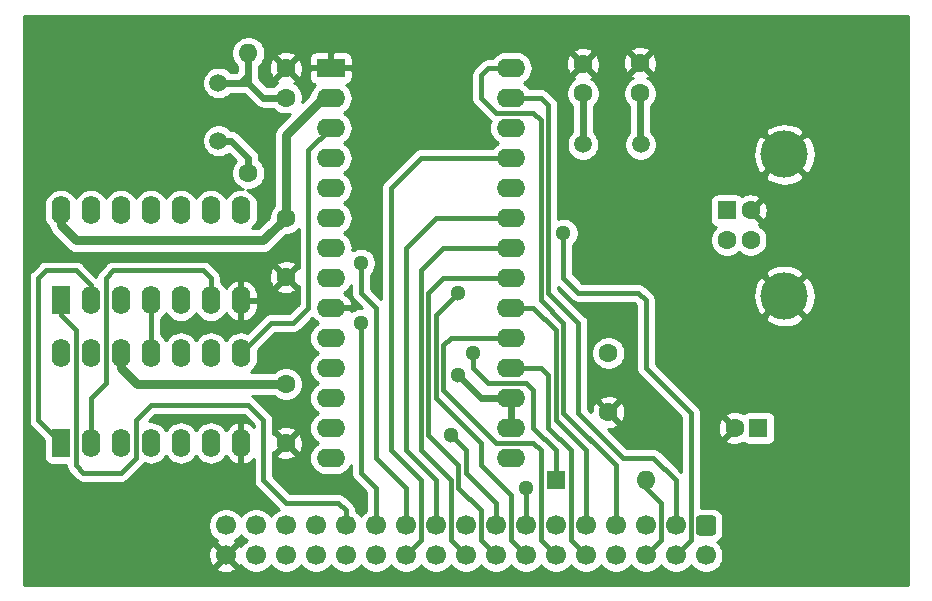
<source format=gbl>
%TF.GenerationSoftware,KiCad,Pcbnew,(5.1.12)-1*%
%TF.CreationDate,2022-04-06T13:04:15+02:00*%
%TF.ProjectId,ACIA_USB,41434941-5f55-4534-922e-6b696361645f,1.0*%
%TF.SameCoordinates,PX6d01460PY60e4b00*%
%TF.FileFunction,Copper,L2,Bot*%
%TF.FilePolarity,Positive*%
%FSLAX46Y46*%
G04 Gerber Fmt 4.6, Leading zero omitted, Abs format (unit mm)*
G04 Created by KiCad (PCBNEW (5.1.12)-1) date 2022-04-06 13:04:15*
%MOMM*%
%LPD*%
G01*
G04 APERTURE LIST*
%TA.AperFunction,ComponentPad*%
%ADD10C,1.600000*%
%TD*%
%TA.AperFunction,ComponentPad*%
%ADD11C,1.500000*%
%TD*%
%TA.AperFunction,ComponentPad*%
%ADD12C,4.000000*%
%TD*%
%TA.AperFunction,ComponentPad*%
%ADD13R,1.600000X1.600000*%
%TD*%
%TA.AperFunction,ComponentPad*%
%ADD14O,1.600000X1.600000*%
%TD*%
%TA.AperFunction,ComponentPad*%
%ADD15O,1.600000X2.400000*%
%TD*%
%TA.AperFunction,ComponentPad*%
%ADD16R,1.600000X2.400000*%
%TD*%
%TA.AperFunction,ComponentPad*%
%ADD17O,2.400000X1.600000*%
%TD*%
%TA.AperFunction,ComponentPad*%
%ADD18R,2.400000X1.600000*%
%TD*%
%TA.AperFunction,ComponentPad*%
%ADD19C,1.700000*%
%TD*%
%TA.AperFunction,ViaPad*%
%ADD20C,1.300000*%
%TD*%
%TA.AperFunction,Conductor*%
%ADD21C,0.800000*%
%TD*%
%TA.AperFunction,Conductor*%
%ADD22C,0.400000*%
%TD*%
%TA.AperFunction,Conductor*%
%ADD23C,0.600000*%
%TD*%
%TA.AperFunction,Conductor*%
%ADD24C,0.254000*%
%TD*%
%TA.AperFunction,Conductor*%
%ADD25C,0.100000*%
%TD*%
G04 APERTURE END LIST*
D10*
%TO.P,C7,2*%
%TO.N,GND*%
X50165000Y15320000D03*
%TO.P,C7,1*%
%TO.N,VCC*%
X50165000Y20320000D03*
%TD*%
D11*
%TO.P,Y2,2*%
%TO.N,Net-(C6-Pad2)*%
X52886000Y37973000D03*
%TO.P,Y2,1*%
%TO.N,Net-(C4-Pad2)*%
X48006000Y37973000D03*
%TD*%
D12*
%TO.P,J2,5*%
%TO.N,GND*%
X65058000Y37135000D03*
X65058000Y25135000D03*
D10*
%TO.P,J2,4*%
X62198000Y32385000D03*
%TO.P,J2,3*%
%TO.N,Net-(J2-Pad3)*%
X62198000Y29885000D03*
%TO.P,J2,2*%
%TO.N,Net-(J2-Pad2)*%
X60198000Y29885000D03*
D13*
%TO.P,J2,1*%
%TO.N,Net-(J2-Pad1)*%
X60198000Y32385000D03*
%TD*%
D10*
%TO.P,C6,2*%
%TO.N,Net-(C6-Pad2)*%
X52832000Y42291000D03*
%TO.P,C6,1*%
%TO.N,GND*%
X52832000Y44878000D03*
%TD*%
%TO.P,C4,2*%
%TO.N,Net-(C4-Pad2)*%
X48006000Y42291000D03*
%TO.P,C4,1*%
%TO.N,GND*%
X48006000Y44791000D03*
%TD*%
D14*
%TO.P,R1,2*%
%TO.N,Net-(C8-Pad2)*%
X19685000Y45720000D03*
D10*
%TO.P,R1,1*%
%TO.N,Net-(R1-Pad1)*%
X19685000Y35560000D03*
%TD*%
D11*
%TO.P,Y1,2*%
%TO.N,Net-(R1-Pad1)*%
X17145000Y38280000D03*
%TO.P,Y1,1*%
%TO.N,Net-(C8-Pad2)*%
X17145000Y43180000D03*
%TD*%
D10*
%TO.P,C8,2*%
%TO.N,Net-(C8-Pad2)*%
X22860000Y41950000D03*
%TO.P,C8,1*%
%TO.N,GND*%
X22860000Y44450000D03*
%TD*%
D15*
%TO.P,U2,14*%
%TO.N,VCC*%
X3810000Y32385000D03*
%TO.P,U2,7*%
%TO.N,GND*%
X19050000Y24765000D03*
%TO.P,U2,13*%
%TO.N,N/C*%
X6350000Y32385000D03*
%TO.P,U2,6*%
%TO.N,Net-(U2-Pad6)*%
X16510000Y24765000D03*
%TO.P,U2,12*%
%TO.N,N/C*%
X8890000Y32385000D03*
%TO.P,U2,5*%
%TO.N,/A6*%
X13970000Y24765000D03*
%TO.P,U2,11*%
%TO.N,N/C*%
X11430000Y32385000D03*
%TO.P,U2,4*%
%TO.N,Net-(U2-Pad4)*%
X11430000Y24765000D03*
%TO.P,U2,10*%
%TO.N,N/C*%
X13970000Y32385000D03*
%TO.P,U2,3*%
%TO.N,/~IO*%
X8890000Y24765000D03*
%TO.P,U2,9*%
%TO.N,/A5*%
X16510000Y32385000D03*
%TO.P,U2,2*%
%TO.N,Net-(U2-Pad2)*%
X6350000Y24765000D03*
%TO.P,U2,8*%
%TO.N,Net-(U2-Pad8)*%
X19050000Y32385000D03*
D16*
%TO.P,U2,1*%
%TO.N,/A7*%
X3810000Y24765000D03*
%TD*%
D17*
%TO.P,U1,28*%
%TO.N,/R_~W*%
X41910000Y44450000D03*
%TO.P,U1,14*%
%TO.N,/A1*%
X26670000Y11430000D03*
%TO.P,U1,27*%
%TO.N,/PHI2*%
X41910000Y41910000D03*
%TO.P,U1,13*%
%TO.N,/A0*%
X26670000Y13970000D03*
%TO.P,U1,26*%
%TO.N,Net-(U1-Pad26)*%
X41910000Y39370000D03*
%TO.P,U1,12*%
%TO.N,Net-(U1-Pad12)*%
X26670000Y16510000D03*
%TO.P,U1,25*%
%TO.N,/D7*%
X41910000Y36830000D03*
%TO.P,U1,11*%
%TO.N,Net-(U1-Pad11)*%
X26670000Y19050000D03*
%TO.P,U1,24*%
%TO.N,/D6*%
X41910000Y34290000D03*
%TO.P,U1,10*%
%TO.N,Net-(U1-Pad10)*%
X26670000Y21590000D03*
%TO.P,U1,23*%
%TO.N,/D5*%
X41910000Y31750000D03*
%TO.P,U1,9*%
%TO.N,GND*%
X26670000Y24130000D03*
%TO.P,U1,22*%
%TO.N,/D4*%
X41910000Y29210000D03*
%TO.P,U1,8*%
%TO.N,Net-(U1-Pad8)*%
X26670000Y26670000D03*
%TO.P,U1,21*%
%TO.N,/D3*%
X41910000Y26670000D03*
%TO.P,U1,7*%
%TO.N,Net-(R1-Pad1)*%
X26670000Y29210000D03*
%TO.P,U1,20*%
%TO.N,/D2*%
X41910000Y24130000D03*
%TO.P,U1,6*%
%TO.N,Net-(C8-Pad2)*%
X26670000Y31750000D03*
%TO.P,U1,19*%
%TO.N,/D1*%
X41910000Y21590000D03*
%TO.P,U1,5*%
%TO.N,Net-(U1-Pad5)*%
X26670000Y34290000D03*
%TO.P,U1,18*%
%TO.N,/D0*%
X41910000Y19050000D03*
%TO.P,U1,4*%
%TO.N,/~RESET*%
X26670000Y36830000D03*
%TO.P,U1,17*%
%TO.N,Net-(U1-Pad11)*%
X41910000Y16510000D03*
%TO.P,U1,3*%
%TO.N,Net-(D1-Pad1)*%
X26670000Y39370000D03*
%TO.P,U1,16*%
%TO.N,Net-(U1-Pad11)*%
X41910000Y13970000D03*
%TO.P,U1,2*%
%TO.N,VCC*%
X26670000Y41910000D03*
%TO.P,U1,15*%
X41910000Y11430000D03*
D18*
%TO.P,U1,1*%
%TO.N,GND*%
X26670000Y44450000D03*
%TD*%
D19*
%TO.P,J1,34*%
%TO.N,GND*%
X17780000Y3175000D03*
%TO.P,J1,32*%
%TO.N,/A11*%
X20320000Y3175000D03*
%TO.P,J1,30*%
%TO.N,/A12*%
X22860000Y3175000D03*
%TO.P,J1,28*%
%TO.N,/A13*%
X25400000Y3175000D03*
%TO.P,J1,26*%
%TO.N,/A14*%
X27940000Y3175000D03*
%TO.P,J1,24*%
%TO.N,/A15*%
X30480000Y3175000D03*
%TO.P,J1,22*%
%TO.N,/D7*%
X33020000Y3175000D03*
%TO.P,J1,20*%
%TO.N,/A4*%
X35560000Y3175000D03*
%TO.P,J1,18*%
%TO.N,/D4*%
X38100000Y3175000D03*
%TO.P,J1,16*%
%TO.N,/D3*%
X40640000Y3175000D03*
%TO.P,J1,14*%
%TO.N,/D6*%
X43180000Y3175000D03*
%TO.P,J1,12*%
%TO.N,/D1*%
X45720000Y3175000D03*
%TO.P,J1,10*%
%TO.N,/D0*%
X48260000Y3175000D03*
%TO.P,J1,8*%
%TO.N,/~IRQ*%
X50800000Y3175000D03*
%TO.P,J1,6*%
%TO.N,/~IOCTRL*%
X53340000Y3175000D03*
%TO.P,J1,4*%
%TO.N,/~RESET*%
X55880000Y3175000D03*
%TO.P,J1,2*%
%TO.N,/~ROMDIS*%
X58420000Y3175000D03*
%TO.P,J1,33*%
%TO.N,VCC*%
X17780000Y5715000D03*
%TO.P,J1,31*%
%TO.N,/A10*%
X20320000Y5715000D03*
%TO.P,J1,29*%
%TO.N,/A9*%
X22860000Y5715000D03*
%TO.P,J1,27*%
%TO.N,/A8*%
X25400000Y5715000D03*
%TO.P,J1,25*%
%TO.N,/A7*%
X27940000Y5715000D03*
%TO.P,J1,23*%
%TO.N,/A6*%
X30480000Y5715000D03*
%TO.P,J1,21*%
%TO.N,/A5*%
X33020000Y5715000D03*
%TO.P,J1,19*%
%TO.N,/D5*%
X35560000Y5715000D03*
%TO.P,J1,17*%
%TO.N,/A2*%
X38100000Y5715000D03*
%TO.P,J1,15*%
%TO.N,/A1*%
X40640000Y5715000D03*
%TO.P,J1,13*%
%TO.N,/A0*%
X43180000Y5715000D03*
%TO.P,J1,11*%
%TO.N,/A3*%
X45720000Y5715000D03*
%TO.P,J1,9*%
%TO.N,/D2*%
X48260000Y5715000D03*
%TO.P,J1,7*%
%TO.N,/R_~W*%
X50800000Y5715000D03*
%TO.P,J1,5*%
%TO.N,/~IO*%
X53340000Y5715000D03*
%TO.P,J1,3*%
%TO.N,/PHI2*%
X55880000Y5715000D03*
%TO.P,J1,1*%
%TO.N,/~MAP*%
%TA.AperFunction,ComponentPad*%
G36*
G01*
X57820000Y6565000D02*
X59020000Y6565000D01*
G75*
G02*
X59270000Y6315000I0J-250000D01*
G01*
X59270000Y5115000D01*
G75*
G02*
X59020000Y4865000I-250000J0D01*
G01*
X57820000Y4865000D01*
G75*
G02*
X57570000Y5115000I0J250000D01*
G01*
X57570000Y6315000D01*
G75*
G02*
X57820000Y6565000I250000J0D01*
G01*
G37*
%TD.AperFunction*%
%TD*%
D14*
%TO.P,D1,2*%
%TO.N,/~IOCTRL*%
X53340000Y9525000D03*
D13*
%TO.P,D1,1*%
%TO.N,Net-(D1-Pad1)*%
X45720000Y9525000D03*
%TD*%
D10*
%TO.P,C3,2*%
%TO.N,VCC*%
X22860000Y17700000D03*
%TO.P,C3,1*%
%TO.N,GND*%
X22860000Y12700000D03*
%TD*%
%TO.P,C2,2*%
%TO.N,VCC*%
X22860000Y31750000D03*
%TO.P,C2,1*%
%TO.N,GND*%
X22860000Y26750000D03*
%TD*%
D15*
%TO.P,U3,14*%
%TO.N,VCC*%
X3810000Y20320000D03*
%TO.P,U3,7*%
%TO.N,GND*%
X19050000Y12700000D03*
%TO.P,U3,13*%
%TO.N,N/C*%
X6350000Y20320000D03*
%TO.P,U3,6*%
%TO.N,/A3*%
X16510000Y12700000D03*
%TO.P,U3,12*%
%TO.N,VCC*%
X8890000Y20320000D03*
%TO.P,U3,5*%
%TO.N,/A2*%
X13970000Y12700000D03*
%TO.P,U3,11*%
%TO.N,Net-(U2-Pad4)*%
X11430000Y20320000D03*
%TO.P,U3,4*%
%TO.N,/A4*%
X11430000Y12700000D03*
%TO.P,U3,10*%
%TO.N,N/C*%
X13970000Y20320000D03*
%TO.P,U3,3*%
%TO.N,Net-(U2-Pad8)*%
X8890000Y12700000D03*
%TO.P,U3,9*%
%TO.N,N/C*%
X16510000Y20320000D03*
%TO.P,U3,2*%
%TO.N,Net-(U2-Pad6)*%
X6350000Y12700000D03*
%TO.P,U3,8*%
%TO.N,Net-(D1-Pad1)*%
X19050000Y20320000D03*
D16*
%TO.P,U3,1*%
%TO.N,Net-(U2-Pad2)*%
X3810000Y12700000D03*
%TD*%
D10*
%TO.P,C1,2*%
%TO.N,GND*%
X60865000Y13970000D03*
D13*
%TO.P,C1,1*%
%TO.N,VCC*%
X62865000Y13970000D03*
%TD*%
D20*
%TO.N,/~RESET*%
X46355000Y30480000D03*
%TO.N,/D6*%
X37465000Y25400000D03*
%TO.N,/A0*%
X43180000Y8890000D03*
%TO.N,/A1*%
X36830000Y13335000D03*
%TO.N,/A5*%
X29210000Y27940000D03*
%TO.N,/A6*%
X29210000Y22860000D03*
%TO.N,Net-(D1-Pad1)*%
X38735000Y20320000D03*
%TO.N,Net-(U1-Pad11)*%
X37465000Y18415000D03*
%TD*%
D21*
%TO.N,VCC*%
X22860000Y17700000D02*
X10240000Y17700000D01*
X8890000Y19050000D02*
X8890000Y20320000D01*
X10240000Y17700000D02*
X8890000Y19050000D01*
X3810000Y32385000D02*
X3810000Y31115000D01*
X3810000Y31115000D02*
X5080000Y29845000D01*
X20955000Y29845000D02*
X22860000Y31750000D01*
X5080000Y29845000D02*
X20955000Y29845000D01*
X26670000Y41910000D02*
X26035000Y41910000D01*
X22860000Y38735000D02*
X22860000Y31750000D01*
X26035000Y41910000D02*
X22860000Y38735000D01*
D22*
%TO.N,/~RESET*%
X57150000Y4445000D02*
X55880000Y3175000D01*
X57150000Y15240000D02*
X57150000Y4445000D01*
X53340000Y19050000D02*
X57150000Y15240000D01*
X53340000Y24765000D02*
X53340000Y19050000D01*
X52705000Y25400000D02*
X53340000Y24765000D01*
X47625000Y25400000D02*
X52705000Y25400000D01*
X46355000Y26670000D02*
X47625000Y25400000D01*
X46355000Y30480000D02*
X46355000Y26670000D01*
%TO.N,/D0*%
X46990000Y4445000D02*
X48260000Y3175000D01*
X44450000Y19050000D02*
X45085000Y18415000D01*
X41910000Y19050000D02*
X44450000Y19050000D01*
X46990000Y12065000D02*
X45085000Y13970000D01*
X46990000Y4445000D02*
X46990000Y12065000D01*
X45085000Y18415000D02*
X45085000Y13970000D01*
%TO.N,/D1*%
X44450000Y4445000D02*
X45720000Y3175000D01*
X43815000Y12700000D02*
X44450000Y12065000D01*
X40640000Y12700000D02*
X43815000Y12700000D01*
X36195000Y17145000D02*
X40640000Y12700000D01*
X36195000Y20955000D02*
X36195000Y17145000D01*
X36830000Y21590000D02*
X36195000Y20955000D01*
X44450000Y12065000D02*
X44450000Y4445000D01*
X41910000Y21590000D02*
X36830000Y21590000D01*
%TO.N,/D2*%
X43815000Y24130000D02*
X41910000Y24130000D01*
X45720000Y22225000D02*
X43815000Y24130000D01*
X45720000Y14605000D02*
X45720000Y22225000D01*
X48260000Y12065000D02*
X45720000Y14605000D01*
X48260000Y5715000D02*
X48260000Y12065000D01*
%TO.N,/D3*%
X39370000Y4445000D02*
X40640000Y3175000D01*
X39370000Y6985000D02*
X39370000Y4445000D01*
X37465000Y10795000D02*
X37465000Y8890000D01*
X34925000Y25400000D02*
X34925000Y13335000D01*
X34925000Y13335000D02*
X37465000Y10795000D01*
X36195000Y26670000D02*
X34925000Y25400000D01*
X37465000Y8890000D02*
X39370000Y6985000D01*
X41910000Y26670000D02*
X36195000Y26670000D01*
%TO.N,/D4*%
X36195000Y29210000D02*
X41910000Y29210000D01*
X34290000Y27305000D02*
X36195000Y29210000D01*
X34290000Y12065000D02*
X34290000Y27305000D01*
X36830000Y9525000D02*
X34290000Y12065000D01*
X36830000Y4445000D02*
X36830000Y9525000D01*
X38100000Y3175000D02*
X36830000Y4445000D01*
%TO.N,/D5*%
X35560000Y5715000D02*
X35560000Y9525000D01*
X35560000Y9525000D02*
X33020000Y12065000D01*
X33020000Y12065000D02*
X33020000Y29210000D01*
X35560000Y31750000D02*
X41910000Y31750000D01*
X33020000Y29210000D02*
X35560000Y31750000D01*
%TO.N,/D6*%
X35560000Y23495000D02*
X37465000Y25400000D01*
X35560000Y16510000D02*
X35560000Y23495000D01*
X39370000Y12700000D02*
X35560000Y16510000D01*
X39370000Y10795000D02*
X39370000Y12700000D01*
X41910000Y8255000D02*
X39370000Y10795000D01*
X41910000Y4445000D02*
X41910000Y8255000D01*
X43180000Y3175000D02*
X41910000Y4445000D01*
%TO.N,/D7*%
X34290000Y36830000D02*
X41910000Y36830000D01*
X31750000Y34290000D02*
X34290000Y36830000D01*
X34290000Y9525000D02*
X31750000Y12065000D01*
X34290000Y4445000D02*
X34290000Y9525000D01*
X31750000Y12065000D02*
X31750000Y34290000D01*
X33020000Y3175000D02*
X34290000Y4445000D01*
%TO.N,/A0*%
X43180000Y8890000D02*
X43180000Y5715000D01*
%TO.N,/A1*%
X40640000Y7620000D02*
X40640000Y5715000D01*
X38100000Y10160000D02*
X40640000Y7620000D01*
X38100000Y12065000D02*
X38100000Y10160000D01*
X36830000Y13335000D02*
X38100000Y12065000D01*
%TO.N,/A5*%
X29210000Y27940000D02*
X29210000Y25400000D01*
X29210000Y25400000D02*
X30480000Y24130000D01*
X30480000Y11430000D02*
X33020000Y8890000D01*
X30480000Y24130000D02*
X30480000Y11430000D01*
X33020000Y8890000D02*
X33020000Y5715000D01*
%TO.N,/A6*%
X29210000Y10160000D02*
X30480000Y8890000D01*
X29210000Y22860000D02*
X29210000Y10160000D01*
X30480000Y5715000D02*
X30480000Y8890000D01*
%TO.N,/A7*%
X3810000Y23495000D02*
X3810000Y24765000D01*
X5080000Y22225000D02*
X3810000Y23495000D01*
X27940000Y5715000D02*
X27940000Y6985000D01*
X27940000Y6985000D02*
X27305000Y7620000D01*
X10160000Y14605000D02*
X10160000Y11430000D01*
X27305000Y7620000D02*
X22860000Y7620000D01*
X22860000Y7620000D02*
X20955000Y9525000D01*
X20955000Y9525000D02*
X20955000Y14605000D01*
X20955000Y14605000D02*
X19685000Y15875000D01*
X19685000Y15875000D02*
X11430000Y15875000D01*
X11430000Y15875000D02*
X10160000Y14605000D01*
X10160000Y11430000D02*
X8890000Y10160000D01*
X8890000Y10160000D02*
X5715000Y10160000D01*
X5715000Y10160000D02*
X5080000Y10795000D01*
X5080000Y10795000D02*
X5080000Y22225000D01*
D23*
%TO.N,Net-(C4-Pad2)*%
X48006000Y42291000D02*
X48006000Y37973000D01*
%TO.N,Net-(C6-Pad2)*%
X52832000Y38027000D02*
X52886000Y37973000D01*
X52832000Y42291000D02*
X52832000Y38027000D01*
D22*
%TO.N,/~IOCTRL*%
X53340000Y9525000D02*
X53340000Y8890000D01*
X53340000Y8890000D02*
X54610000Y7620000D01*
X54610000Y4445000D02*
X53340000Y3175000D01*
X54610000Y7620000D02*
X54610000Y4445000D01*
%TO.N,Net-(D1-Pad1)*%
X21590000Y22860000D02*
X19050000Y20320000D01*
X24765000Y37465000D02*
X26670000Y39370000D01*
X23495000Y22860000D02*
X24765000Y24130000D01*
X24765000Y24130000D02*
X24765000Y37465000D01*
X23495000Y22860000D02*
X21590000Y22860000D01*
X38735000Y20320000D02*
X38735000Y19050000D01*
X38735000Y19050000D02*
X40005000Y17780000D01*
X40005000Y17780000D02*
X43180000Y17780000D01*
X43180000Y17780000D02*
X43815000Y17145000D01*
X43815000Y17145000D02*
X43815000Y13970000D01*
X43815000Y13970000D02*
X45720000Y12065000D01*
X45720000Y12065000D02*
X45720000Y9525000D01*
%TO.N,/R_~W*%
X40005000Y44450000D02*
X41910000Y44450000D01*
X39370000Y43815000D02*
X40005000Y44450000D01*
X39370000Y41910000D02*
X39370000Y43815000D01*
X44450000Y24765000D02*
X44450000Y40005000D01*
X40640000Y40640000D02*
X39370000Y41910000D01*
X46355000Y22860000D02*
X44450000Y24765000D01*
X44450000Y40005000D02*
X43815000Y40640000D01*
X46355000Y15240000D02*
X46355000Y22860000D01*
X43815000Y40640000D02*
X40640000Y40640000D01*
X50800000Y10795000D02*
X46355000Y15240000D01*
X50800000Y5715000D02*
X50800000Y10795000D01*
%TO.N,/PHI2*%
X44450000Y41910000D02*
X41910000Y41910000D01*
X45085000Y41275000D02*
X44450000Y41910000D01*
X47625000Y15240000D02*
X47625000Y22860000D01*
X51435000Y11430000D02*
X47625000Y15240000D01*
X53975000Y11430000D02*
X51435000Y11430000D01*
X47625000Y22860000D02*
X45085000Y25400000D01*
X55880000Y9525000D02*
X53975000Y11430000D01*
X45085000Y25400000D02*
X45085000Y41275000D01*
X55880000Y5715000D02*
X55880000Y9525000D01*
%TO.N,Net-(U2-Pad6)*%
X6350000Y12700000D02*
X6350000Y16510000D01*
X6350000Y16510000D02*
X7620000Y17780000D01*
X7620000Y17780000D02*
X7620000Y26670000D01*
X7620000Y26670000D02*
X8255000Y27305000D01*
X8255000Y27305000D02*
X15875000Y27305000D01*
X16510000Y26670000D02*
X16510000Y24765000D01*
X15875000Y27305000D02*
X16510000Y26670000D01*
%TO.N,Net-(U2-Pad2)*%
X6350000Y24765000D02*
X6350000Y26035000D01*
X6350000Y26035000D02*
X5080000Y27305000D01*
X5080000Y27305000D02*
X2540000Y27305000D01*
X2540000Y27305000D02*
X1905000Y26670000D01*
X1905000Y14605000D02*
X3810000Y12700000D01*
X1905000Y26670000D02*
X1905000Y14605000D01*
D23*
%TO.N,Net-(U1-Pad11)*%
X41910000Y16510000D02*
X41910000Y13970000D01*
X39370000Y16510000D02*
X37465000Y18415000D01*
X41910000Y16510000D02*
X39370000Y16510000D01*
D22*
%TO.N,Net-(U2-Pad4)*%
X11430000Y24765000D02*
X11430000Y20320000D01*
D23*
%TO.N,Net-(C8-Pad2)*%
X17145000Y43180000D02*
X19050000Y43180000D01*
X19685000Y43815000D02*
X19685000Y45720000D01*
X19050000Y43180000D02*
X19685000Y43815000D01*
X22860000Y41950000D02*
X20915000Y41950000D01*
X19685000Y43180000D02*
X17145000Y43180000D01*
X20915000Y41950000D02*
X19685000Y43180000D01*
X19685000Y45720000D02*
X19685000Y43180000D01*
%TO.N,Net-(R1-Pad1)*%
X17145000Y38280000D02*
X18235000Y38280000D01*
X19685000Y36830000D02*
X19685000Y35560000D01*
X18235000Y38280000D02*
X19685000Y36830000D01*
%TD*%
D24*
%TO.N,GND*%
X75540000Y660000D02*
X660000Y660000D01*
X660000Y2146603D01*
X16931208Y2146603D01*
X17008843Y1897528D01*
X17272883Y1771629D01*
X17556411Y1699661D01*
X17848531Y1684389D01*
X18138019Y1726401D01*
X18413747Y1824081D01*
X18551157Y1897528D01*
X18628792Y2146603D01*
X17780000Y2995395D01*
X16931208Y2146603D01*
X660000Y2146603D01*
X660000Y3106469D01*
X16289389Y3106469D01*
X16331401Y2816981D01*
X16429081Y2541253D01*
X16502528Y2403843D01*
X16751603Y2326208D01*
X17600395Y3175000D01*
X16751603Y4023792D01*
X16502528Y3946157D01*
X16376629Y3682117D01*
X16304661Y3398589D01*
X16289389Y3106469D01*
X660000Y3106469D01*
X660000Y26670000D01*
X1065960Y26670000D01*
X1070000Y26628981D01*
X1070001Y14646029D01*
X1065960Y14605000D01*
X1082082Y14441312D01*
X1129828Y14283914D01*
X1207364Y14138855D01*
X1217668Y14126300D01*
X1311710Y14011709D01*
X1343574Y13985559D01*
X2371928Y12957204D01*
X2371928Y11500000D01*
X2384188Y11375518D01*
X2420498Y11255820D01*
X2479463Y11145506D01*
X2558815Y11048815D01*
X2655506Y10969463D01*
X2765820Y10910498D01*
X2885518Y10874188D01*
X3010000Y10861928D01*
X4245000Y10861928D01*
X4245000Y10836019D01*
X4240960Y10795000D01*
X4245000Y10753982D01*
X4257082Y10631312D01*
X4304828Y10473914D01*
X4382364Y10328855D01*
X4486709Y10201709D01*
X4518578Y10175555D01*
X5095562Y9598569D01*
X5121709Y9566709D01*
X5153568Y9540563D01*
X5153570Y9540561D01*
X5248854Y9462364D01*
X5393913Y9384828D01*
X5551311Y9337082D01*
X5673981Y9325000D01*
X5673982Y9325000D01*
X5715000Y9320960D01*
X5756018Y9325000D01*
X8848982Y9325000D01*
X8890000Y9320960D01*
X8931018Y9325000D01*
X8931019Y9325000D01*
X9053689Y9337082D01*
X9211087Y9384828D01*
X9356146Y9462364D01*
X9483291Y9566709D01*
X9509446Y9598579D01*
X10721426Y10810558D01*
X10753291Y10836709D01*
X10857636Y10963854D01*
X10863852Y10975483D01*
X10878193Y10967818D01*
X11148692Y10885764D01*
X11430000Y10858057D01*
X11711309Y10885764D01*
X11981808Y10967818D01*
X12231101Y11101068D01*
X12449608Y11280392D01*
X12628932Y11498899D01*
X12700000Y11631858D01*
X12771068Y11498899D01*
X12950393Y11280392D01*
X13168900Y11101068D01*
X13418193Y10967818D01*
X13688692Y10885764D01*
X13970000Y10858057D01*
X14251309Y10885764D01*
X14521808Y10967818D01*
X14771101Y11101068D01*
X14989608Y11280392D01*
X15168932Y11498899D01*
X15240000Y11631858D01*
X15311068Y11498899D01*
X15490393Y11280392D01*
X15708900Y11101068D01*
X15958193Y10967818D01*
X16228692Y10885764D01*
X16510000Y10858057D01*
X16791309Y10885764D01*
X17061808Y10967818D01*
X17311101Y11101068D01*
X17529608Y11280392D01*
X17708932Y11498899D01*
X17777265Y11626741D01*
X17927399Y11397161D01*
X18125105Y11195500D01*
X18358354Y11036285D01*
X18618182Y10925633D01*
X18700961Y10908096D01*
X18923000Y11030085D01*
X18923000Y12573000D01*
X18903000Y12573000D01*
X18903000Y12827000D01*
X18923000Y12827000D01*
X18923000Y14369915D01*
X18700961Y14491904D01*
X18618182Y14474367D01*
X18358354Y14363715D01*
X18125105Y14204500D01*
X17927399Y14002839D01*
X17777265Y13773259D01*
X17708932Y13901101D01*
X17529607Y14119608D01*
X17311100Y14298932D01*
X17061807Y14432182D01*
X16791308Y14514236D01*
X16510000Y14541943D01*
X16228691Y14514236D01*
X15958192Y14432182D01*
X15708899Y14298932D01*
X15490392Y14119607D01*
X15311068Y13901100D01*
X15240000Y13768142D01*
X15168932Y13901101D01*
X14989607Y14119608D01*
X14771100Y14298932D01*
X14521807Y14432182D01*
X14251308Y14514236D01*
X13970000Y14541943D01*
X13688691Y14514236D01*
X13418192Y14432182D01*
X13168899Y14298932D01*
X12950392Y14119607D01*
X12771068Y13901100D01*
X12700000Y13768142D01*
X12628932Y13901101D01*
X12449607Y14119608D01*
X12231100Y14298932D01*
X11981807Y14432182D01*
X11711308Y14514236D01*
X11430000Y14541943D01*
X11261183Y14525316D01*
X11775868Y15040000D01*
X19339133Y15040000D01*
X20120001Y14259131D01*
X20120001Y14056491D01*
X19974895Y14204500D01*
X19741646Y14363715D01*
X19481818Y14474367D01*
X19399039Y14491904D01*
X19177000Y14369915D01*
X19177000Y12827000D01*
X19197000Y12827000D01*
X19197000Y12573000D01*
X19177000Y12573000D01*
X19177000Y11030085D01*
X19399039Y10908096D01*
X19481818Y10925633D01*
X19741646Y11036285D01*
X19974895Y11195500D01*
X20120000Y11343508D01*
X20120000Y9566019D01*
X20115960Y9525000D01*
X20120000Y9483982D01*
X20132082Y9361312D01*
X20179828Y9203914D01*
X20257364Y9058855D01*
X20361709Y8931709D01*
X20393579Y8905554D01*
X22235468Y7063663D01*
X22156589Y7030990D01*
X21913368Y6868475D01*
X21706525Y6661632D01*
X21590000Y6487240D01*
X21473475Y6661632D01*
X21266632Y6868475D01*
X21023411Y7030990D01*
X20753158Y7142932D01*
X20466260Y7200000D01*
X20173740Y7200000D01*
X19886842Y7142932D01*
X19616589Y7030990D01*
X19373368Y6868475D01*
X19166525Y6661632D01*
X19050000Y6487240D01*
X18933475Y6661632D01*
X18726632Y6868475D01*
X18483411Y7030990D01*
X18213158Y7142932D01*
X17926260Y7200000D01*
X17633740Y7200000D01*
X17346842Y7142932D01*
X17076589Y7030990D01*
X16833368Y6868475D01*
X16626525Y6661632D01*
X16464010Y6418411D01*
X16352068Y6148158D01*
X16295000Y5861260D01*
X16295000Y5568740D01*
X16352068Y5281842D01*
X16464010Y5011589D01*
X16626525Y4768368D01*
X16833368Y4561525D01*
X17006729Y4445689D01*
X16931208Y4203397D01*
X17780000Y3354605D01*
X18628792Y4203397D01*
X18553271Y4445689D01*
X18726632Y4561525D01*
X18933475Y4768368D01*
X19050000Y4942760D01*
X19166525Y4768368D01*
X19373368Y4561525D01*
X19547760Y4445000D01*
X19373368Y4328475D01*
X19166525Y4121632D01*
X19050689Y3948271D01*
X18808397Y4023792D01*
X17959605Y3175000D01*
X18808397Y2326208D01*
X19050689Y2401729D01*
X19166525Y2228368D01*
X19373368Y2021525D01*
X19616589Y1859010D01*
X19886842Y1747068D01*
X20173740Y1690000D01*
X20466260Y1690000D01*
X20753158Y1747068D01*
X21023411Y1859010D01*
X21266632Y2021525D01*
X21473475Y2228368D01*
X21590000Y2402760D01*
X21706525Y2228368D01*
X21913368Y2021525D01*
X22156589Y1859010D01*
X22426842Y1747068D01*
X22713740Y1690000D01*
X23006260Y1690000D01*
X23293158Y1747068D01*
X23563411Y1859010D01*
X23806632Y2021525D01*
X24013475Y2228368D01*
X24130000Y2402760D01*
X24246525Y2228368D01*
X24453368Y2021525D01*
X24696589Y1859010D01*
X24966842Y1747068D01*
X25253740Y1690000D01*
X25546260Y1690000D01*
X25833158Y1747068D01*
X26103411Y1859010D01*
X26346632Y2021525D01*
X26553475Y2228368D01*
X26670000Y2402760D01*
X26786525Y2228368D01*
X26993368Y2021525D01*
X27236589Y1859010D01*
X27506842Y1747068D01*
X27793740Y1690000D01*
X28086260Y1690000D01*
X28373158Y1747068D01*
X28643411Y1859010D01*
X28886632Y2021525D01*
X29093475Y2228368D01*
X29210000Y2402760D01*
X29326525Y2228368D01*
X29533368Y2021525D01*
X29776589Y1859010D01*
X30046842Y1747068D01*
X30333740Y1690000D01*
X30626260Y1690000D01*
X30913158Y1747068D01*
X31183411Y1859010D01*
X31426632Y2021525D01*
X31633475Y2228368D01*
X31750000Y2402760D01*
X31866525Y2228368D01*
X32073368Y2021525D01*
X32316589Y1859010D01*
X32586842Y1747068D01*
X32873740Y1690000D01*
X33166260Y1690000D01*
X33453158Y1747068D01*
X33723411Y1859010D01*
X33966632Y2021525D01*
X34173475Y2228368D01*
X34290000Y2402760D01*
X34406525Y2228368D01*
X34613368Y2021525D01*
X34856589Y1859010D01*
X35126842Y1747068D01*
X35413740Y1690000D01*
X35706260Y1690000D01*
X35993158Y1747068D01*
X36263411Y1859010D01*
X36506632Y2021525D01*
X36713475Y2228368D01*
X36830000Y2402760D01*
X36946525Y2228368D01*
X37153368Y2021525D01*
X37396589Y1859010D01*
X37666842Y1747068D01*
X37953740Y1690000D01*
X38246260Y1690000D01*
X38533158Y1747068D01*
X38803411Y1859010D01*
X39046632Y2021525D01*
X39253475Y2228368D01*
X39370000Y2402760D01*
X39486525Y2228368D01*
X39693368Y2021525D01*
X39936589Y1859010D01*
X40206842Y1747068D01*
X40493740Y1690000D01*
X40786260Y1690000D01*
X41073158Y1747068D01*
X41343411Y1859010D01*
X41586632Y2021525D01*
X41793475Y2228368D01*
X41910000Y2402760D01*
X42026525Y2228368D01*
X42233368Y2021525D01*
X42476589Y1859010D01*
X42746842Y1747068D01*
X43033740Y1690000D01*
X43326260Y1690000D01*
X43613158Y1747068D01*
X43883411Y1859010D01*
X44126632Y2021525D01*
X44333475Y2228368D01*
X44450000Y2402760D01*
X44566525Y2228368D01*
X44773368Y2021525D01*
X45016589Y1859010D01*
X45286842Y1747068D01*
X45573740Y1690000D01*
X45866260Y1690000D01*
X46153158Y1747068D01*
X46423411Y1859010D01*
X46666632Y2021525D01*
X46873475Y2228368D01*
X46990000Y2402760D01*
X47106525Y2228368D01*
X47313368Y2021525D01*
X47556589Y1859010D01*
X47826842Y1747068D01*
X48113740Y1690000D01*
X48406260Y1690000D01*
X48693158Y1747068D01*
X48963411Y1859010D01*
X49206632Y2021525D01*
X49413475Y2228368D01*
X49530000Y2402760D01*
X49646525Y2228368D01*
X49853368Y2021525D01*
X50096589Y1859010D01*
X50366842Y1747068D01*
X50653740Y1690000D01*
X50946260Y1690000D01*
X51233158Y1747068D01*
X51503411Y1859010D01*
X51746632Y2021525D01*
X51953475Y2228368D01*
X52070000Y2402760D01*
X52186525Y2228368D01*
X52393368Y2021525D01*
X52636589Y1859010D01*
X52906842Y1747068D01*
X53193740Y1690000D01*
X53486260Y1690000D01*
X53773158Y1747068D01*
X54043411Y1859010D01*
X54286632Y2021525D01*
X54493475Y2228368D01*
X54610000Y2402760D01*
X54726525Y2228368D01*
X54933368Y2021525D01*
X55176589Y1859010D01*
X55446842Y1747068D01*
X55733740Y1690000D01*
X56026260Y1690000D01*
X56313158Y1747068D01*
X56583411Y1859010D01*
X56826632Y2021525D01*
X57033475Y2228368D01*
X57150000Y2402760D01*
X57266525Y2228368D01*
X57473368Y2021525D01*
X57716589Y1859010D01*
X57986842Y1747068D01*
X58273740Y1690000D01*
X58566260Y1690000D01*
X58853158Y1747068D01*
X59123411Y1859010D01*
X59366632Y2021525D01*
X59573475Y2228368D01*
X59735990Y2471589D01*
X59847932Y2741842D01*
X59905000Y3028740D01*
X59905000Y3321260D01*
X59847932Y3608158D01*
X59735990Y3878411D01*
X59573475Y4121632D01*
X59386392Y4308715D01*
X59513386Y4376595D01*
X59647962Y4487038D01*
X59758405Y4621614D01*
X59840472Y4775150D01*
X59891008Y4941746D01*
X59908072Y5115000D01*
X59908072Y6315000D01*
X59891008Y6488254D01*
X59840472Y6654850D01*
X59758405Y6808386D01*
X59647962Y6942962D01*
X59513386Y7053405D01*
X59359850Y7135472D01*
X59193254Y7186008D01*
X59020000Y7203072D01*
X57985000Y7203072D01*
X57985000Y13899488D01*
X59424783Y13899488D01*
X59466213Y13619870D01*
X59561397Y13353708D01*
X59628329Y13228486D01*
X59872298Y13156903D01*
X60685395Y13970000D01*
X59872298Y14783097D01*
X59628329Y14711514D01*
X59507429Y14456004D01*
X59438700Y14181816D01*
X59424783Y13899488D01*
X57985000Y13899488D01*
X57985000Y14962702D01*
X60051903Y14962702D01*
X60865000Y14149605D01*
X60879143Y14163747D01*
X61058748Y13984142D01*
X61044605Y13970000D01*
X61058748Y13955857D01*
X60879143Y13776252D01*
X60865000Y13790395D01*
X60051903Y12977298D01*
X60123486Y12733329D01*
X60378996Y12612429D01*
X60653184Y12543700D01*
X60935512Y12529783D01*
X61215130Y12571213D01*
X61481292Y12666397D01*
X61603309Y12731616D01*
X61613815Y12718815D01*
X61710506Y12639463D01*
X61820820Y12580498D01*
X61940518Y12544188D01*
X62065000Y12531928D01*
X63665000Y12531928D01*
X63789482Y12544188D01*
X63909180Y12580498D01*
X64019494Y12639463D01*
X64116185Y12718815D01*
X64195537Y12815506D01*
X64254502Y12925820D01*
X64290812Y13045518D01*
X64303072Y13170000D01*
X64303072Y14770000D01*
X64290812Y14894482D01*
X64254502Y15014180D01*
X64195537Y15124494D01*
X64116185Y15221185D01*
X64019494Y15300537D01*
X63909180Y15359502D01*
X63789482Y15395812D01*
X63665000Y15408072D01*
X62065000Y15408072D01*
X61940518Y15395812D01*
X61820820Y15359502D01*
X61710506Y15300537D01*
X61613815Y15221185D01*
X61603193Y15208242D01*
X61351004Y15327571D01*
X61076816Y15396300D01*
X60794488Y15410217D01*
X60514870Y15368787D01*
X60248708Y15273603D01*
X60123486Y15206671D01*
X60051903Y14962702D01*
X57985000Y14962702D01*
X57985000Y15198982D01*
X57989040Y15240000D01*
X57977270Y15359502D01*
X57972918Y15403689D01*
X57925172Y15561087D01*
X57847636Y15706146D01*
X57743291Y15833291D01*
X57711433Y15859436D01*
X54175000Y19395867D01*
X54175000Y23287501D01*
X63390106Y23287501D01*
X63606228Y22920742D01*
X64066105Y22680062D01*
X64564098Y22533725D01*
X65081071Y22487352D01*
X65597159Y22542727D01*
X66092526Y22697721D01*
X66509772Y22920742D01*
X66725894Y23287501D01*
X65058000Y24955395D01*
X63390106Y23287501D01*
X54175000Y23287501D01*
X54175000Y24723982D01*
X54179040Y24765000D01*
X54171794Y24838571D01*
X54162918Y24928689D01*
X54115172Y25086087D01*
X54101360Y25111929D01*
X62410352Y25111929D01*
X62465727Y24595841D01*
X62620721Y24100474D01*
X62843742Y23683228D01*
X63210501Y23467106D01*
X64878395Y25135000D01*
X65237605Y25135000D01*
X66905499Y23467106D01*
X67272258Y23683228D01*
X67512938Y24143105D01*
X67659275Y24641098D01*
X67705648Y25158071D01*
X67650273Y25674159D01*
X67495279Y26169526D01*
X67272258Y26586772D01*
X66905499Y26802894D01*
X65237605Y25135000D01*
X64878395Y25135000D01*
X63210501Y26802894D01*
X62843742Y26586772D01*
X62603062Y26126895D01*
X62456725Y25628902D01*
X62410352Y25111929D01*
X54101360Y25111929D01*
X54037636Y25231146D01*
X53987695Y25292000D01*
X53959439Y25326430D01*
X53959437Y25326432D01*
X53933291Y25358291D01*
X53901432Y25384436D01*
X53324445Y25961422D01*
X53298291Y25993291D01*
X53171146Y26097636D01*
X53026087Y26175172D01*
X52868689Y26222918D01*
X52746019Y26235000D01*
X52746018Y26235000D01*
X52705000Y26239040D01*
X52663982Y26235000D01*
X47970868Y26235000D01*
X47223369Y26982499D01*
X63390106Y26982499D01*
X65058000Y25314605D01*
X66725894Y26982499D01*
X66509772Y27349258D01*
X66049895Y27589938D01*
X65551902Y27736275D01*
X65034929Y27782648D01*
X64518841Y27727273D01*
X64023474Y27572279D01*
X63606228Y27349258D01*
X63390106Y26982499D01*
X47223369Y26982499D01*
X47190000Y27015867D01*
X47190000Y29497735D01*
X47353125Y29660860D01*
X47493753Y29871324D01*
X47590619Y30105179D01*
X47640000Y30353439D01*
X47640000Y30606561D01*
X47590619Y30854821D01*
X47493753Y31088676D01*
X47353125Y31299140D01*
X47174140Y31478125D01*
X46963676Y31618753D01*
X46729821Y31715619D01*
X46481561Y31765000D01*
X46228439Y31765000D01*
X45980179Y31715619D01*
X45920000Y31690692D01*
X45920000Y33185000D01*
X58759928Y33185000D01*
X58759928Y31585000D01*
X58772188Y31460518D01*
X58808498Y31340820D01*
X58867463Y31230506D01*
X58946815Y31133815D01*
X59043506Y31054463D01*
X59153820Y30995498D01*
X59249943Y30966339D01*
X59083363Y30799759D01*
X58926320Y30564727D01*
X58818147Y30303574D01*
X58763000Y30026335D01*
X58763000Y29743665D01*
X58818147Y29466426D01*
X58926320Y29205273D01*
X59083363Y28970241D01*
X59283241Y28770363D01*
X59518273Y28613320D01*
X59779426Y28505147D01*
X60056665Y28450000D01*
X60339335Y28450000D01*
X60616574Y28505147D01*
X60877727Y28613320D01*
X61112759Y28770363D01*
X61198000Y28855604D01*
X61283241Y28770363D01*
X61518273Y28613320D01*
X61779426Y28505147D01*
X62056665Y28450000D01*
X62339335Y28450000D01*
X62616574Y28505147D01*
X62877727Y28613320D01*
X63112759Y28770363D01*
X63312637Y28970241D01*
X63469680Y29205273D01*
X63577853Y29466426D01*
X63633000Y29743665D01*
X63633000Y30026335D01*
X63577853Y30303574D01*
X63469680Y30564727D01*
X63312637Y30799759D01*
X63112759Y30999637D01*
X62912131Y31133692D01*
X62939514Y31148329D01*
X63011097Y31392298D01*
X62198000Y32205395D01*
X62183858Y32191252D01*
X62004253Y32370857D01*
X62018395Y32385000D01*
X62377605Y32385000D01*
X63190702Y31571903D01*
X63434671Y31643486D01*
X63555571Y31898996D01*
X63624300Y32173184D01*
X63638217Y32455512D01*
X63596787Y32735130D01*
X63501603Y33001292D01*
X63434671Y33126514D01*
X63190702Y33198097D01*
X62377605Y32385000D01*
X62018395Y32385000D01*
X62004253Y32399142D01*
X62183858Y32578747D01*
X62198000Y32564605D01*
X63011097Y33377702D01*
X62939514Y33621671D01*
X62684004Y33742571D01*
X62409816Y33811300D01*
X62127488Y33825217D01*
X61847870Y33783787D01*
X61581708Y33688603D01*
X61459691Y33623384D01*
X61449185Y33636185D01*
X61352494Y33715537D01*
X61242180Y33774502D01*
X61122482Y33810812D01*
X60998000Y33823072D01*
X59398000Y33823072D01*
X59273518Y33810812D01*
X59153820Y33774502D01*
X59043506Y33715537D01*
X58946815Y33636185D01*
X58867463Y33539494D01*
X58808498Y33429180D01*
X58772188Y33309482D01*
X58759928Y33185000D01*
X45920000Y33185000D01*
X45920000Y35287501D01*
X63390106Y35287501D01*
X63606228Y34920742D01*
X64066105Y34680062D01*
X64564098Y34533725D01*
X65081071Y34487352D01*
X65597159Y34542727D01*
X66092526Y34697721D01*
X66509772Y34920742D01*
X66725894Y35287501D01*
X65058000Y36955395D01*
X63390106Y35287501D01*
X45920000Y35287501D01*
X45920000Y41233982D01*
X45924040Y41275000D01*
X45907918Y41438688D01*
X45895678Y41479040D01*
X45860172Y41596087D01*
X45782636Y41741146D01*
X45678291Y41868291D01*
X45646431Y41894438D01*
X45108533Y42432335D01*
X46571000Y42432335D01*
X46571000Y42149665D01*
X46626147Y41872426D01*
X46734320Y41611273D01*
X46891363Y41376241D01*
X47071000Y41196604D01*
X47071001Y38996686D01*
X46930201Y38855886D01*
X46778629Y38629043D01*
X46674225Y38376989D01*
X46621000Y38109411D01*
X46621000Y37836589D01*
X46674225Y37569011D01*
X46778629Y37316957D01*
X46930201Y37090114D01*
X47123114Y36897201D01*
X47349957Y36745629D01*
X47602011Y36641225D01*
X47869589Y36588000D01*
X48142411Y36588000D01*
X48409989Y36641225D01*
X48662043Y36745629D01*
X48888886Y36897201D01*
X49081799Y37090114D01*
X49233371Y37316957D01*
X49337775Y37569011D01*
X49391000Y37836589D01*
X49391000Y38109411D01*
X49337775Y38376989D01*
X49233371Y38629043D01*
X49081799Y38855886D01*
X48941000Y38996685D01*
X48941000Y41196604D01*
X49120637Y41376241D01*
X49277680Y41611273D01*
X49385853Y41872426D01*
X49441000Y42149665D01*
X49441000Y42432335D01*
X51397000Y42432335D01*
X51397000Y42149665D01*
X51452147Y41872426D01*
X51560320Y41611273D01*
X51717363Y41376241D01*
X51897000Y41196604D01*
X51897001Y38942686D01*
X51810201Y38855886D01*
X51658629Y38629043D01*
X51554225Y38376989D01*
X51501000Y38109411D01*
X51501000Y37836589D01*
X51554225Y37569011D01*
X51658629Y37316957D01*
X51810201Y37090114D01*
X52003114Y36897201D01*
X52229957Y36745629D01*
X52482011Y36641225D01*
X52749589Y36588000D01*
X53022411Y36588000D01*
X53289989Y36641225D01*
X53542043Y36745629D01*
X53768886Y36897201D01*
X53961799Y37090114D01*
X53976375Y37111929D01*
X62410352Y37111929D01*
X62465727Y36595841D01*
X62620721Y36100474D01*
X62843742Y35683228D01*
X63210501Y35467106D01*
X64878395Y37135000D01*
X65237605Y37135000D01*
X66905499Y35467106D01*
X67272258Y35683228D01*
X67512938Y36143105D01*
X67659275Y36641098D01*
X67705648Y37158071D01*
X67650273Y37674159D01*
X67495279Y38169526D01*
X67272258Y38586772D01*
X66905499Y38802894D01*
X65237605Y37135000D01*
X64878395Y37135000D01*
X63210501Y38802894D01*
X62843742Y38586772D01*
X62603062Y38126895D01*
X62456725Y37628902D01*
X62410352Y37111929D01*
X53976375Y37111929D01*
X54113371Y37316957D01*
X54217775Y37569011D01*
X54271000Y37836589D01*
X54271000Y38109411D01*
X54217775Y38376989D01*
X54113371Y38629043D01*
X53961799Y38855886D01*
X53835186Y38982499D01*
X63390106Y38982499D01*
X65058000Y37314605D01*
X66725894Y38982499D01*
X66509772Y39349258D01*
X66049895Y39589938D01*
X65551902Y39736275D01*
X65034929Y39782648D01*
X64518841Y39727273D01*
X64023474Y39572279D01*
X63606228Y39349258D01*
X63390106Y38982499D01*
X53835186Y38982499D01*
X53768886Y39048799D01*
X53767000Y39050059D01*
X53767000Y41196604D01*
X53946637Y41376241D01*
X54103680Y41611273D01*
X54211853Y41872426D01*
X54267000Y42149665D01*
X54267000Y42432335D01*
X54211853Y42709574D01*
X54103680Y42970727D01*
X53946637Y43205759D01*
X53746759Y43405637D01*
X53511727Y43562680D01*
X53463638Y43582599D01*
X53573514Y43641329D01*
X53645097Y43885298D01*
X52832000Y44698395D01*
X52018903Y43885298D01*
X52090486Y43641329D01*
X52207957Y43585745D01*
X52152273Y43562680D01*
X51917241Y43405637D01*
X51717363Y43205759D01*
X51560320Y42970727D01*
X51452147Y42709574D01*
X51397000Y42432335D01*
X49441000Y42432335D01*
X49385853Y42709574D01*
X49277680Y42970727D01*
X49120637Y43205759D01*
X48920759Y43405637D01*
X48720131Y43539692D01*
X48747514Y43554329D01*
X48819097Y43798298D01*
X48006000Y44611395D01*
X47192903Y43798298D01*
X47264486Y43554329D01*
X47293341Y43540676D01*
X47091241Y43405637D01*
X46891363Y43205759D01*
X46734320Y42970727D01*
X46626147Y42709574D01*
X46571000Y42432335D01*
X45108533Y42432335D01*
X45069445Y42471422D01*
X45043291Y42503291D01*
X44916146Y42607636D01*
X44771087Y42685172D01*
X44613689Y42732918D01*
X44491019Y42745000D01*
X44491018Y42745000D01*
X44450000Y42749040D01*
X44408982Y42745000D01*
X43481112Y42745000D01*
X43329608Y42929608D01*
X43111101Y43108932D01*
X42978142Y43180000D01*
X43111101Y43251068D01*
X43329608Y43430392D01*
X43508932Y43648899D01*
X43642182Y43898192D01*
X43724236Y44168691D01*
X43751943Y44450000D01*
X43725302Y44720488D01*
X46565783Y44720488D01*
X46607213Y44440870D01*
X46702397Y44174708D01*
X46769329Y44049486D01*
X47013298Y43977903D01*
X47826395Y44791000D01*
X48185605Y44791000D01*
X48998702Y43977903D01*
X49242671Y44049486D01*
X49363571Y44304996D01*
X49432300Y44579184D01*
X49443553Y44807488D01*
X51391783Y44807488D01*
X51433213Y44527870D01*
X51528397Y44261708D01*
X51595329Y44136486D01*
X51839298Y44064903D01*
X52652395Y44878000D01*
X53011605Y44878000D01*
X53824702Y44064903D01*
X54068671Y44136486D01*
X54189571Y44391996D01*
X54258300Y44666184D01*
X54272217Y44948512D01*
X54230787Y45228130D01*
X54135603Y45494292D01*
X54068671Y45619514D01*
X53824702Y45691097D01*
X53011605Y44878000D01*
X52652395Y44878000D01*
X51839298Y45691097D01*
X51595329Y45619514D01*
X51474429Y45364004D01*
X51405700Y45089816D01*
X51391783Y44807488D01*
X49443553Y44807488D01*
X49446217Y44861512D01*
X49404787Y45141130D01*
X49309603Y45407292D01*
X49242671Y45532514D01*
X48998702Y45604097D01*
X48185605Y44791000D01*
X47826395Y44791000D01*
X47013298Y45604097D01*
X46769329Y45532514D01*
X46648429Y45277004D01*
X46579700Y45002816D01*
X46565783Y44720488D01*
X43725302Y44720488D01*
X43724236Y44731309D01*
X43642182Y45001808D01*
X43508932Y45251101D01*
X43329608Y45469608D01*
X43111101Y45648932D01*
X42861808Y45782182D01*
X42856798Y45783702D01*
X47192903Y45783702D01*
X48006000Y44970605D01*
X48819097Y45783702D01*
X48793571Y45870702D01*
X52018903Y45870702D01*
X52832000Y45057605D01*
X53645097Y45870702D01*
X53573514Y46114671D01*
X53318004Y46235571D01*
X53043816Y46304300D01*
X52761488Y46318217D01*
X52481870Y46276787D01*
X52215708Y46181603D01*
X52090486Y46114671D01*
X52018903Y45870702D01*
X48793571Y45870702D01*
X48747514Y46027671D01*
X48492004Y46148571D01*
X48217816Y46217300D01*
X47935488Y46231217D01*
X47655870Y46189787D01*
X47389708Y46094603D01*
X47264486Y46027671D01*
X47192903Y45783702D01*
X42856798Y45783702D01*
X42591309Y45864236D01*
X42380492Y45885000D01*
X41439508Y45885000D01*
X41228691Y45864236D01*
X40958192Y45782182D01*
X40708899Y45648932D01*
X40490392Y45469608D01*
X40338888Y45285000D01*
X40046018Y45285000D01*
X40005000Y45289040D01*
X39963982Y45285000D01*
X39963981Y45285000D01*
X39841311Y45272918D01*
X39683913Y45225172D01*
X39538854Y45147636D01*
X39411709Y45043291D01*
X39385562Y45011431D01*
X38808573Y44434441D01*
X38776710Y44408291D01*
X38750562Y44376429D01*
X38672364Y44281145D01*
X38594828Y44136086D01*
X38547082Y43978688D01*
X38530960Y43815000D01*
X38535001Y43773972D01*
X38535000Y41951019D01*
X38530960Y41910000D01*
X38535000Y41868982D01*
X38547082Y41746312D01*
X38594828Y41588914D01*
X38672364Y41443855D01*
X38776709Y41316709D01*
X38808579Y41290554D01*
X40020558Y40078574D01*
X40046709Y40046709D01*
X40173854Y39942364D01*
X40185483Y39936148D01*
X40177818Y39921808D01*
X40095764Y39651309D01*
X40068057Y39370000D01*
X40095764Y39088691D01*
X40177818Y38818192D01*
X40311068Y38568899D01*
X40490392Y38350392D01*
X40708899Y38171068D01*
X40841858Y38100000D01*
X40708899Y38028932D01*
X40490392Y37849608D01*
X40338888Y37665000D01*
X34331007Y37665000D01*
X34289999Y37669039D01*
X34248991Y37665000D01*
X34248981Y37665000D01*
X34126311Y37652918D01*
X33968913Y37605172D01*
X33823854Y37527636D01*
X33696709Y37423291D01*
X33670559Y37391427D01*
X31188574Y34909441D01*
X31156710Y34883291D01*
X31130562Y34851429D01*
X31052364Y34756145D01*
X30974828Y34611086D01*
X30927082Y34453688D01*
X30910960Y34290000D01*
X30915001Y34248971D01*
X30915001Y24875867D01*
X30045000Y25745867D01*
X30045000Y26957735D01*
X30208125Y27120860D01*
X30348753Y27331324D01*
X30445619Y27565179D01*
X30495000Y27813439D01*
X30495000Y28066561D01*
X30445619Y28314821D01*
X30348753Y28548676D01*
X30208125Y28759140D01*
X30029140Y28938125D01*
X29818676Y29078753D01*
X29584821Y29175619D01*
X29336561Y29225000D01*
X29083439Y29225000D01*
X28835179Y29175619D01*
X28601324Y29078753D01*
X28491809Y29005577D01*
X28511943Y29210000D01*
X28484236Y29491309D01*
X28402182Y29761808D01*
X28268932Y30011101D01*
X28089608Y30229608D01*
X27871101Y30408932D01*
X27738142Y30480000D01*
X27871101Y30551068D01*
X28089608Y30730392D01*
X28268932Y30948899D01*
X28402182Y31198192D01*
X28484236Y31468691D01*
X28511943Y31750000D01*
X28484236Y32031309D01*
X28402182Y32301808D01*
X28268932Y32551101D01*
X28089608Y32769608D01*
X27871101Y32948932D01*
X27738142Y33020000D01*
X27871101Y33091068D01*
X28089608Y33270392D01*
X28268932Y33488899D01*
X28402182Y33738192D01*
X28484236Y34008691D01*
X28511943Y34290000D01*
X28484236Y34571309D01*
X28402182Y34841808D01*
X28268932Y35091101D01*
X28089608Y35309608D01*
X27871101Y35488932D01*
X27738142Y35560000D01*
X27871101Y35631068D01*
X28089608Y35810392D01*
X28268932Y36028899D01*
X28402182Y36278192D01*
X28484236Y36548691D01*
X28511943Y36830000D01*
X28484236Y37111309D01*
X28402182Y37381808D01*
X28268932Y37631101D01*
X28089608Y37849608D01*
X27871101Y38028932D01*
X27738142Y38100000D01*
X27871101Y38171068D01*
X28089608Y38350392D01*
X28268932Y38568899D01*
X28402182Y38818192D01*
X28484236Y39088691D01*
X28511943Y39370000D01*
X28484236Y39651309D01*
X28402182Y39921808D01*
X28268932Y40171101D01*
X28089608Y40389608D01*
X27871101Y40568932D01*
X27738142Y40640000D01*
X27871101Y40711068D01*
X28089608Y40890392D01*
X28268932Y41108899D01*
X28402182Y41358192D01*
X28484236Y41628691D01*
X28511943Y41910000D01*
X28484236Y42191309D01*
X28402182Y42461808D01*
X28268932Y42711101D01*
X28089608Y42929608D01*
X27976518Y43022419D01*
X27994482Y43024188D01*
X28114180Y43060498D01*
X28224494Y43119463D01*
X28321185Y43198815D01*
X28400537Y43295506D01*
X28459502Y43405820D01*
X28495812Y43525518D01*
X28508072Y43650000D01*
X28505000Y44164250D01*
X28346250Y44323000D01*
X26797000Y44323000D01*
X26797000Y44303000D01*
X26543000Y44303000D01*
X26543000Y44323000D01*
X24993750Y44323000D01*
X24835000Y44164250D01*
X24831928Y43650000D01*
X24844188Y43525518D01*
X24880498Y43405820D01*
X24939463Y43295506D01*
X25018815Y43198815D01*
X25115506Y43119463D01*
X25225820Y43060498D01*
X25345518Y43024188D01*
X25363482Y43022419D01*
X25250392Y42929608D01*
X25071068Y42711101D01*
X24937818Y42461808D01*
X24857142Y42195853D01*
X24251558Y41590268D01*
X24295000Y41808665D01*
X24295000Y42091335D01*
X24239853Y42368574D01*
X24131680Y42629727D01*
X23974637Y42864759D01*
X23774759Y43064637D01*
X23574131Y43198692D01*
X23601514Y43213329D01*
X23673097Y43457298D01*
X22860000Y44270395D01*
X22046903Y43457298D01*
X22118486Y43213329D01*
X22147341Y43199676D01*
X21945241Y43064637D01*
X21765604Y42885000D01*
X21302289Y42885000D01*
X20620000Y43567289D01*
X20620000Y43769069D01*
X20624524Y43815000D01*
X20620000Y43860935D01*
X20620000Y44379488D01*
X21419783Y44379488D01*
X21461213Y44099870D01*
X21556397Y43833708D01*
X21623329Y43708486D01*
X21867298Y43636903D01*
X22680395Y44450000D01*
X23039605Y44450000D01*
X23852702Y43636903D01*
X24096671Y43708486D01*
X24217571Y43963996D01*
X24286300Y44238184D01*
X24300217Y44520512D01*
X24258787Y44800130D01*
X24163603Y45066292D01*
X24096671Y45191514D01*
X23897340Y45250000D01*
X24831928Y45250000D01*
X24835000Y44735750D01*
X24993750Y44577000D01*
X26543000Y44577000D01*
X26543000Y45726250D01*
X26797000Y45726250D01*
X26797000Y44577000D01*
X28346250Y44577000D01*
X28505000Y44735750D01*
X28508072Y45250000D01*
X28495812Y45374482D01*
X28459502Y45494180D01*
X28400537Y45604494D01*
X28321185Y45701185D01*
X28224494Y45780537D01*
X28114180Y45839502D01*
X27994482Y45875812D01*
X27870000Y45888072D01*
X26955750Y45885000D01*
X26797000Y45726250D01*
X26543000Y45726250D01*
X26384250Y45885000D01*
X25470000Y45888072D01*
X25345518Y45875812D01*
X25225820Y45839502D01*
X25115506Y45780537D01*
X25018815Y45701185D01*
X24939463Y45604494D01*
X24880498Y45494180D01*
X24844188Y45374482D01*
X24831928Y45250000D01*
X23897340Y45250000D01*
X23852702Y45263097D01*
X23039605Y44450000D01*
X22680395Y44450000D01*
X21867298Y45263097D01*
X21623329Y45191514D01*
X21502429Y44936004D01*
X21433700Y44661816D01*
X21419783Y44379488D01*
X20620000Y44379488D01*
X20620000Y44625604D01*
X20799637Y44805241D01*
X20956680Y45040273D01*
X21064853Y45301426D01*
X21092954Y45442702D01*
X22046903Y45442702D01*
X22860000Y44629605D01*
X23673097Y45442702D01*
X23601514Y45686671D01*
X23346004Y45807571D01*
X23071816Y45876300D01*
X22789488Y45890217D01*
X22509870Y45848787D01*
X22243708Y45753603D01*
X22118486Y45686671D01*
X22046903Y45442702D01*
X21092954Y45442702D01*
X21120000Y45578665D01*
X21120000Y45861335D01*
X21064853Y46138574D01*
X20956680Y46399727D01*
X20799637Y46634759D01*
X20599759Y46834637D01*
X20364727Y46991680D01*
X20103574Y47099853D01*
X19826335Y47155000D01*
X19543665Y47155000D01*
X19266426Y47099853D01*
X19005273Y46991680D01*
X18770241Y46834637D01*
X18570363Y46634759D01*
X18413320Y46399727D01*
X18305147Y46138574D01*
X18250000Y45861335D01*
X18250000Y45578665D01*
X18305147Y45301426D01*
X18413320Y45040273D01*
X18570363Y44805241D01*
X18750000Y44625604D01*
X18750000Y44202289D01*
X18662711Y44115000D01*
X18168685Y44115000D01*
X18027886Y44255799D01*
X17801043Y44407371D01*
X17548989Y44511775D01*
X17281411Y44565000D01*
X17008589Y44565000D01*
X16741011Y44511775D01*
X16488957Y44407371D01*
X16262114Y44255799D01*
X16069201Y44062886D01*
X15917629Y43836043D01*
X15813225Y43583989D01*
X15760000Y43316411D01*
X15760000Y43043589D01*
X15813225Y42776011D01*
X15917629Y42523957D01*
X16069201Y42297114D01*
X16262114Y42104201D01*
X16488957Y41952629D01*
X16741011Y41848225D01*
X17008589Y41795000D01*
X17281411Y41795000D01*
X17548989Y41848225D01*
X17801043Y41952629D01*
X18027886Y42104201D01*
X18168685Y42245000D01*
X19004068Y42245000D01*
X19050000Y42240476D01*
X19095932Y42245000D01*
X19297711Y42245000D01*
X20221370Y41321341D01*
X20250656Y41285656D01*
X20393028Y41168814D01*
X20498880Y41112235D01*
X20555459Y41081993D01*
X20731708Y41028528D01*
X20915000Y41010476D01*
X20960935Y41015000D01*
X21765604Y41015000D01*
X21945241Y40835363D01*
X22180273Y40678320D01*
X22441426Y40570147D01*
X22718665Y40515000D01*
X23001335Y40515000D01*
X23219732Y40558442D01*
X22164097Y39502807D01*
X22124604Y39470396D01*
X21995266Y39312797D01*
X21899159Y39132992D01*
X21839976Y38937894D01*
X21825000Y38785837D01*
X21825000Y38785828D01*
X21819994Y38735000D01*
X21825000Y38684172D01*
X21825001Y32744397D01*
X21745363Y32664759D01*
X21588320Y32429727D01*
X21480147Y32168574D01*
X21425000Y31891335D01*
X21425000Y31778711D01*
X20526290Y30880000D01*
X19965558Y30880000D01*
X20069608Y30965392D01*
X20248932Y31183899D01*
X20382182Y31433192D01*
X20464236Y31703691D01*
X20485000Y31914509D01*
X20485000Y32855492D01*
X20464236Y33066309D01*
X20382182Y33336808D01*
X20248932Y33586101D01*
X20069607Y33804608D01*
X19851100Y33983932D01*
X19601807Y34117182D01*
X19576034Y34125000D01*
X19826335Y34125000D01*
X20103574Y34180147D01*
X20364727Y34288320D01*
X20599759Y34445363D01*
X20799637Y34645241D01*
X20956680Y34880273D01*
X21064853Y35141426D01*
X21120000Y35418665D01*
X21120000Y35701335D01*
X21064853Y35978574D01*
X20956680Y36239727D01*
X20799637Y36474759D01*
X20620000Y36654396D01*
X20620000Y36784065D01*
X20624524Y36830000D01*
X20606472Y37013292D01*
X20553007Y37189541D01*
X20522765Y37246120D01*
X20466186Y37351972D01*
X20349344Y37494344D01*
X20313660Y37523629D01*
X18928630Y38908659D01*
X18899344Y38944344D01*
X18756972Y39061186D01*
X18594540Y39148007D01*
X18418292Y39201471D01*
X18280932Y39215000D01*
X18235000Y39219524D01*
X18189068Y39215000D01*
X18168685Y39215000D01*
X18027886Y39355799D01*
X17801043Y39507371D01*
X17548989Y39611775D01*
X17281411Y39665000D01*
X17008589Y39665000D01*
X16741011Y39611775D01*
X16488957Y39507371D01*
X16262114Y39355799D01*
X16069201Y39162886D01*
X15917629Y38936043D01*
X15813225Y38683989D01*
X15760000Y38416411D01*
X15760000Y38143589D01*
X15813225Y37876011D01*
X15917629Y37623957D01*
X16069201Y37397114D01*
X16262114Y37204201D01*
X16488957Y37052629D01*
X16741011Y36948225D01*
X17008589Y36895000D01*
X17281411Y36895000D01*
X17548989Y36948225D01*
X17801043Y37052629D01*
X18004282Y37188429D01*
X18644158Y36548553D01*
X18570363Y36474759D01*
X18413320Y36239727D01*
X18305147Y35978574D01*
X18250000Y35701335D01*
X18250000Y35418665D01*
X18305147Y35141426D01*
X18413320Y34880273D01*
X18570363Y34645241D01*
X18770241Y34445363D01*
X19005273Y34288320D01*
X19185723Y34213575D01*
X19050000Y34226943D01*
X18768691Y34199236D01*
X18498192Y34117182D01*
X18248899Y33983932D01*
X18030392Y33804607D01*
X17851068Y33586100D01*
X17780000Y33453142D01*
X17708932Y33586101D01*
X17529607Y33804608D01*
X17311100Y33983932D01*
X17061807Y34117182D01*
X16791308Y34199236D01*
X16510000Y34226943D01*
X16228691Y34199236D01*
X15958192Y34117182D01*
X15708899Y33983932D01*
X15490392Y33804607D01*
X15311068Y33586100D01*
X15240000Y33453142D01*
X15168932Y33586101D01*
X14989607Y33804608D01*
X14771100Y33983932D01*
X14521807Y34117182D01*
X14251308Y34199236D01*
X13970000Y34226943D01*
X13688691Y34199236D01*
X13418192Y34117182D01*
X13168899Y33983932D01*
X12950392Y33804607D01*
X12771068Y33586100D01*
X12700000Y33453142D01*
X12628932Y33586101D01*
X12449607Y33804608D01*
X12231100Y33983932D01*
X11981807Y34117182D01*
X11711308Y34199236D01*
X11430000Y34226943D01*
X11148691Y34199236D01*
X10878192Y34117182D01*
X10628899Y33983932D01*
X10410392Y33804607D01*
X10231068Y33586100D01*
X10160000Y33453142D01*
X10088932Y33586101D01*
X9909607Y33804608D01*
X9691100Y33983932D01*
X9441807Y34117182D01*
X9171308Y34199236D01*
X8890000Y34226943D01*
X8608691Y34199236D01*
X8338192Y34117182D01*
X8088899Y33983932D01*
X7870392Y33804607D01*
X7691068Y33586100D01*
X7620000Y33453142D01*
X7548932Y33586101D01*
X7369607Y33804608D01*
X7151100Y33983932D01*
X6901807Y34117182D01*
X6631308Y34199236D01*
X6350000Y34226943D01*
X6068691Y34199236D01*
X5798192Y34117182D01*
X5548899Y33983932D01*
X5330392Y33804607D01*
X5151068Y33586100D01*
X5080000Y33453142D01*
X5008932Y33586101D01*
X4829607Y33804608D01*
X4611100Y33983932D01*
X4361807Y34117182D01*
X4091308Y34199236D01*
X3810000Y34226943D01*
X3528691Y34199236D01*
X3258192Y34117182D01*
X3008899Y33983932D01*
X2790392Y33804607D01*
X2611068Y33586100D01*
X2477818Y33336807D01*
X2395764Y33066308D01*
X2375000Y32855491D01*
X2375000Y31914508D01*
X2395764Y31703691D01*
X2477818Y31433192D01*
X2611068Y31183899D01*
X2783956Y30973235D01*
X2789977Y30912105D01*
X2849160Y30717007D01*
X2945266Y30537203D01*
X3039157Y30422797D01*
X3074605Y30379604D01*
X3114092Y30347198D01*
X4312197Y29149092D01*
X4344604Y29109604D01*
X4384092Y29077197D01*
X4502202Y28980266D01*
X4581043Y28938125D01*
X4682007Y28884159D01*
X4877105Y28824976D01*
X5029162Y28810000D01*
X5029171Y28810000D01*
X5079999Y28804994D01*
X5130827Y28810000D01*
X20904172Y28810000D01*
X20955000Y28804994D01*
X21005828Y28810000D01*
X21005838Y28810000D01*
X21157895Y28824976D01*
X21352993Y28884159D01*
X21532797Y28980266D01*
X21690396Y29109604D01*
X21722807Y29149097D01*
X22888711Y30315000D01*
X23001335Y30315000D01*
X23278574Y30370147D01*
X23539727Y30478320D01*
X23774759Y30635363D01*
X23930000Y30790604D01*
X23930000Y27540417D01*
X23852702Y27563097D01*
X23039605Y26750000D01*
X23852702Y25936903D01*
X23930000Y25959583D01*
X23930000Y24475868D01*
X23149133Y23695000D01*
X21631007Y23695000D01*
X21589999Y23699039D01*
X21548991Y23695000D01*
X21548981Y23695000D01*
X21426311Y23682918D01*
X21268913Y23635172D01*
X21123854Y23557636D01*
X20996709Y23453291D01*
X20970561Y23421429D01*
X19601429Y22052297D01*
X19331308Y22134236D01*
X19050000Y22161943D01*
X18768691Y22134236D01*
X18498192Y22052182D01*
X18248899Y21918932D01*
X18030392Y21739607D01*
X17851068Y21521100D01*
X17780000Y21388142D01*
X17708932Y21521101D01*
X17529607Y21739608D01*
X17311100Y21918932D01*
X17061807Y22052182D01*
X16791308Y22134236D01*
X16510000Y22161943D01*
X16228691Y22134236D01*
X15958192Y22052182D01*
X15708899Y21918932D01*
X15490392Y21739607D01*
X15311068Y21521100D01*
X15240000Y21388142D01*
X15168932Y21521101D01*
X14989607Y21739608D01*
X14771100Y21918932D01*
X14521807Y22052182D01*
X14251308Y22134236D01*
X13970000Y22161943D01*
X13688691Y22134236D01*
X13418192Y22052182D01*
X13168899Y21918932D01*
X12950392Y21739607D01*
X12771068Y21521100D01*
X12700000Y21388142D01*
X12628932Y21521101D01*
X12449607Y21739608D01*
X12265000Y21891111D01*
X12265000Y23193888D01*
X12449608Y23345392D01*
X12628932Y23563899D01*
X12700000Y23696858D01*
X12771068Y23563899D01*
X12950393Y23345392D01*
X13168900Y23166068D01*
X13418193Y23032818D01*
X13688692Y22950764D01*
X13970000Y22923057D01*
X14251309Y22950764D01*
X14521808Y23032818D01*
X14771101Y23166068D01*
X14989608Y23345392D01*
X15168932Y23563899D01*
X15240000Y23696858D01*
X15311068Y23563899D01*
X15490393Y23345392D01*
X15708900Y23166068D01*
X15958193Y23032818D01*
X16228692Y22950764D01*
X16510000Y22923057D01*
X16791309Y22950764D01*
X17061808Y23032818D01*
X17311101Y23166068D01*
X17529608Y23345392D01*
X17708932Y23563899D01*
X17777265Y23691741D01*
X17927399Y23462161D01*
X18125105Y23260500D01*
X18358354Y23101285D01*
X18618182Y22990633D01*
X18700961Y22973096D01*
X18923000Y23095085D01*
X18923000Y24638000D01*
X19177000Y24638000D01*
X19177000Y23095085D01*
X19399039Y22973096D01*
X19481818Y22990633D01*
X19741646Y23101285D01*
X19974895Y23260500D01*
X20172601Y23462161D01*
X20327166Y23698517D01*
X20432650Y23960486D01*
X20485000Y24238000D01*
X20485000Y24638000D01*
X19177000Y24638000D01*
X18923000Y24638000D01*
X18903000Y24638000D01*
X18903000Y24892000D01*
X18923000Y24892000D01*
X18923000Y26434915D01*
X19177000Y26434915D01*
X19177000Y24892000D01*
X20485000Y24892000D01*
X20485000Y25292000D01*
X20432650Y25569514D01*
X20357038Y25757298D01*
X22046903Y25757298D01*
X22118486Y25513329D01*
X22373996Y25392429D01*
X22648184Y25323700D01*
X22930512Y25309783D01*
X23210130Y25351213D01*
X23476292Y25446397D01*
X23601514Y25513329D01*
X23673097Y25757298D01*
X22860000Y26570395D01*
X22046903Y25757298D01*
X20357038Y25757298D01*
X20327166Y25831483D01*
X20172601Y26067839D01*
X19974895Y26269500D01*
X19741646Y26428715D01*
X19481818Y26539367D01*
X19399039Y26556904D01*
X19177000Y26434915D01*
X18923000Y26434915D01*
X18700961Y26556904D01*
X18618182Y26539367D01*
X18358354Y26428715D01*
X18125105Y26269500D01*
X17927399Y26067839D01*
X17777265Y25838259D01*
X17708932Y25966101D01*
X17529607Y26184608D01*
X17345000Y26336111D01*
X17345000Y26628982D01*
X17349040Y26670000D01*
X17348106Y26679488D01*
X21419783Y26679488D01*
X21461213Y26399870D01*
X21556397Y26133708D01*
X21623329Y26008486D01*
X21867298Y25936903D01*
X22680395Y26750000D01*
X21867298Y27563097D01*
X21623329Y27491514D01*
X21502429Y27236004D01*
X21433700Y26961816D01*
X21419783Y26679488D01*
X17348106Y26679488D01*
X17332918Y26833688D01*
X17320678Y26874040D01*
X17285172Y26991087D01*
X17207636Y27136146D01*
X17203396Y27141312D01*
X17129439Y27231430D01*
X17129437Y27231432D01*
X17103291Y27263291D01*
X17071432Y27289436D01*
X16618166Y27742702D01*
X22046903Y27742702D01*
X22860000Y26929605D01*
X23673097Y27742702D01*
X23601514Y27986671D01*
X23346004Y28107571D01*
X23071816Y28176300D01*
X22789488Y28190217D01*
X22509870Y28148787D01*
X22243708Y28053603D01*
X22118486Y27986671D01*
X22046903Y27742702D01*
X16618166Y27742702D01*
X16494445Y27866422D01*
X16468291Y27898291D01*
X16341146Y28002636D01*
X16196087Y28080172D01*
X16038689Y28127918D01*
X15916019Y28140000D01*
X15916018Y28140000D01*
X15875000Y28144040D01*
X15833982Y28140000D01*
X8296018Y28140000D01*
X8255000Y28144040D01*
X8213982Y28140000D01*
X8213981Y28140000D01*
X8091311Y28127918D01*
X7947310Y28084236D01*
X7933913Y28080172D01*
X7788854Y28002636D01*
X7762514Y27981019D01*
X7661709Y27898291D01*
X7635562Y27866431D01*
X7058573Y27289441D01*
X7026710Y27263291D01*
X7000562Y27231429D01*
X6922364Y27136145D01*
X6844828Y26991086D01*
X6797082Y26833688D01*
X6791263Y26774605D01*
X5699446Y27866421D01*
X5673291Y27898291D01*
X5546146Y28002636D01*
X5401087Y28080172D01*
X5243689Y28127918D01*
X5121019Y28140000D01*
X5121018Y28140000D01*
X5080000Y28144040D01*
X5038982Y28140000D01*
X2581018Y28140000D01*
X2540000Y28144040D01*
X2498982Y28140000D01*
X2498981Y28140000D01*
X2376311Y28127918D01*
X2232310Y28084236D01*
X2218913Y28080172D01*
X2073854Y28002636D01*
X2047514Y27981019D01*
X1946709Y27898291D01*
X1920562Y27866431D01*
X1343578Y27289445D01*
X1311709Y27263291D01*
X1211604Y27141312D01*
X1207364Y27136145D01*
X1129828Y26991086D01*
X1082082Y26833688D01*
X1065960Y26670000D01*
X660000Y26670000D01*
X660000Y48870000D01*
X75540001Y48870000D01*
X75540000Y660000D01*
%TA.AperFunction,Conductor*%
D25*
G36*
X75540000Y660000D02*
G01*
X660000Y660000D01*
X660000Y2146603D01*
X16931208Y2146603D01*
X17008843Y1897528D01*
X17272883Y1771629D01*
X17556411Y1699661D01*
X17848531Y1684389D01*
X18138019Y1726401D01*
X18413747Y1824081D01*
X18551157Y1897528D01*
X18628792Y2146603D01*
X17780000Y2995395D01*
X16931208Y2146603D01*
X660000Y2146603D01*
X660000Y3106469D01*
X16289389Y3106469D01*
X16331401Y2816981D01*
X16429081Y2541253D01*
X16502528Y2403843D01*
X16751603Y2326208D01*
X17600395Y3175000D01*
X16751603Y4023792D01*
X16502528Y3946157D01*
X16376629Y3682117D01*
X16304661Y3398589D01*
X16289389Y3106469D01*
X660000Y3106469D01*
X660000Y26670000D01*
X1065960Y26670000D01*
X1070000Y26628981D01*
X1070001Y14646029D01*
X1065960Y14605000D01*
X1082082Y14441312D01*
X1129828Y14283914D01*
X1207364Y14138855D01*
X1217668Y14126300D01*
X1311710Y14011709D01*
X1343574Y13985559D01*
X2371928Y12957204D01*
X2371928Y11500000D01*
X2384188Y11375518D01*
X2420498Y11255820D01*
X2479463Y11145506D01*
X2558815Y11048815D01*
X2655506Y10969463D01*
X2765820Y10910498D01*
X2885518Y10874188D01*
X3010000Y10861928D01*
X4245000Y10861928D01*
X4245000Y10836019D01*
X4240960Y10795000D01*
X4245000Y10753982D01*
X4257082Y10631312D01*
X4304828Y10473914D01*
X4382364Y10328855D01*
X4486709Y10201709D01*
X4518578Y10175555D01*
X5095562Y9598569D01*
X5121709Y9566709D01*
X5153568Y9540563D01*
X5153570Y9540561D01*
X5248854Y9462364D01*
X5393913Y9384828D01*
X5551311Y9337082D01*
X5673981Y9325000D01*
X5673982Y9325000D01*
X5715000Y9320960D01*
X5756018Y9325000D01*
X8848982Y9325000D01*
X8890000Y9320960D01*
X8931018Y9325000D01*
X8931019Y9325000D01*
X9053689Y9337082D01*
X9211087Y9384828D01*
X9356146Y9462364D01*
X9483291Y9566709D01*
X9509446Y9598579D01*
X10721426Y10810558D01*
X10753291Y10836709D01*
X10857636Y10963854D01*
X10863852Y10975483D01*
X10878193Y10967818D01*
X11148692Y10885764D01*
X11430000Y10858057D01*
X11711309Y10885764D01*
X11981808Y10967818D01*
X12231101Y11101068D01*
X12449608Y11280392D01*
X12628932Y11498899D01*
X12700000Y11631858D01*
X12771068Y11498899D01*
X12950393Y11280392D01*
X13168900Y11101068D01*
X13418193Y10967818D01*
X13688692Y10885764D01*
X13970000Y10858057D01*
X14251309Y10885764D01*
X14521808Y10967818D01*
X14771101Y11101068D01*
X14989608Y11280392D01*
X15168932Y11498899D01*
X15240000Y11631858D01*
X15311068Y11498899D01*
X15490393Y11280392D01*
X15708900Y11101068D01*
X15958193Y10967818D01*
X16228692Y10885764D01*
X16510000Y10858057D01*
X16791309Y10885764D01*
X17061808Y10967818D01*
X17311101Y11101068D01*
X17529608Y11280392D01*
X17708932Y11498899D01*
X17777265Y11626741D01*
X17927399Y11397161D01*
X18125105Y11195500D01*
X18358354Y11036285D01*
X18618182Y10925633D01*
X18700961Y10908096D01*
X18923000Y11030085D01*
X18923000Y12573000D01*
X18903000Y12573000D01*
X18903000Y12827000D01*
X18923000Y12827000D01*
X18923000Y14369915D01*
X18700961Y14491904D01*
X18618182Y14474367D01*
X18358354Y14363715D01*
X18125105Y14204500D01*
X17927399Y14002839D01*
X17777265Y13773259D01*
X17708932Y13901101D01*
X17529607Y14119608D01*
X17311100Y14298932D01*
X17061807Y14432182D01*
X16791308Y14514236D01*
X16510000Y14541943D01*
X16228691Y14514236D01*
X15958192Y14432182D01*
X15708899Y14298932D01*
X15490392Y14119607D01*
X15311068Y13901100D01*
X15240000Y13768142D01*
X15168932Y13901101D01*
X14989607Y14119608D01*
X14771100Y14298932D01*
X14521807Y14432182D01*
X14251308Y14514236D01*
X13970000Y14541943D01*
X13688691Y14514236D01*
X13418192Y14432182D01*
X13168899Y14298932D01*
X12950392Y14119607D01*
X12771068Y13901100D01*
X12700000Y13768142D01*
X12628932Y13901101D01*
X12449607Y14119608D01*
X12231100Y14298932D01*
X11981807Y14432182D01*
X11711308Y14514236D01*
X11430000Y14541943D01*
X11261183Y14525316D01*
X11775868Y15040000D01*
X19339133Y15040000D01*
X20120001Y14259131D01*
X20120001Y14056491D01*
X19974895Y14204500D01*
X19741646Y14363715D01*
X19481818Y14474367D01*
X19399039Y14491904D01*
X19177000Y14369915D01*
X19177000Y12827000D01*
X19197000Y12827000D01*
X19197000Y12573000D01*
X19177000Y12573000D01*
X19177000Y11030085D01*
X19399039Y10908096D01*
X19481818Y10925633D01*
X19741646Y11036285D01*
X19974895Y11195500D01*
X20120000Y11343508D01*
X20120000Y9566019D01*
X20115960Y9525000D01*
X20120000Y9483982D01*
X20132082Y9361312D01*
X20179828Y9203914D01*
X20257364Y9058855D01*
X20361709Y8931709D01*
X20393579Y8905554D01*
X22235468Y7063663D01*
X22156589Y7030990D01*
X21913368Y6868475D01*
X21706525Y6661632D01*
X21590000Y6487240D01*
X21473475Y6661632D01*
X21266632Y6868475D01*
X21023411Y7030990D01*
X20753158Y7142932D01*
X20466260Y7200000D01*
X20173740Y7200000D01*
X19886842Y7142932D01*
X19616589Y7030990D01*
X19373368Y6868475D01*
X19166525Y6661632D01*
X19050000Y6487240D01*
X18933475Y6661632D01*
X18726632Y6868475D01*
X18483411Y7030990D01*
X18213158Y7142932D01*
X17926260Y7200000D01*
X17633740Y7200000D01*
X17346842Y7142932D01*
X17076589Y7030990D01*
X16833368Y6868475D01*
X16626525Y6661632D01*
X16464010Y6418411D01*
X16352068Y6148158D01*
X16295000Y5861260D01*
X16295000Y5568740D01*
X16352068Y5281842D01*
X16464010Y5011589D01*
X16626525Y4768368D01*
X16833368Y4561525D01*
X17006729Y4445689D01*
X16931208Y4203397D01*
X17780000Y3354605D01*
X18628792Y4203397D01*
X18553271Y4445689D01*
X18726632Y4561525D01*
X18933475Y4768368D01*
X19050000Y4942760D01*
X19166525Y4768368D01*
X19373368Y4561525D01*
X19547760Y4445000D01*
X19373368Y4328475D01*
X19166525Y4121632D01*
X19050689Y3948271D01*
X18808397Y4023792D01*
X17959605Y3175000D01*
X18808397Y2326208D01*
X19050689Y2401729D01*
X19166525Y2228368D01*
X19373368Y2021525D01*
X19616589Y1859010D01*
X19886842Y1747068D01*
X20173740Y1690000D01*
X20466260Y1690000D01*
X20753158Y1747068D01*
X21023411Y1859010D01*
X21266632Y2021525D01*
X21473475Y2228368D01*
X21590000Y2402760D01*
X21706525Y2228368D01*
X21913368Y2021525D01*
X22156589Y1859010D01*
X22426842Y1747068D01*
X22713740Y1690000D01*
X23006260Y1690000D01*
X23293158Y1747068D01*
X23563411Y1859010D01*
X23806632Y2021525D01*
X24013475Y2228368D01*
X24130000Y2402760D01*
X24246525Y2228368D01*
X24453368Y2021525D01*
X24696589Y1859010D01*
X24966842Y1747068D01*
X25253740Y1690000D01*
X25546260Y1690000D01*
X25833158Y1747068D01*
X26103411Y1859010D01*
X26346632Y2021525D01*
X26553475Y2228368D01*
X26670000Y2402760D01*
X26786525Y2228368D01*
X26993368Y2021525D01*
X27236589Y1859010D01*
X27506842Y1747068D01*
X27793740Y1690000D01*
X28086260Y1690000D01*
X28373158Y1747068D01*
X28643411Y1859010D01*
X28886632Y2021525D01*
X29093475Y2228368D01*
X29210000Y2402760D01*
X29326525Y2228368D01*
X29533368Y2021525D01*
X29776589Y1859010D01*
X30046842Y1747068D01*
X30333740Y1690000D01*
X30626260Y1690000D01*
X30913158Y1747068D01*
X31183411Y1859010D01*
X31426632Y2021525D01*
X31633475Y2228368D01*
X31750000Y2402760D01*
X31866525Y2228368D01*
X32073368Y2021525D01*
X32316589Y1859010D01*
X32586842Y1747068D01*
X32873740Y1690000D01*
X33166260Y1690000D01*
X33453158Y1747068D01*
X33723411Y1859010D01*
X33966632Y2021525D01*
X34173475Y2228368D01*
X34290000Y2402760D01*
X34406525Y2228368D01*
X34613368Y2021525D01*
X34856589Y1859010D01*
X35126842Y1747068D01*
X35413740Y1690000D01*
X35706260Y1690000D01*
X35993158Y1747068D01*
X36263411Y1859010D01*
X36506632Y2021525D01*
X36713475Y2228368D01*
X36830000Y2402760D01*
X36946525Y2228368D01*
X37153368Y2021525D01*
X37396589Y1859010D01*
X37666842Y1747068D01*
X37953740Y1690000D01*
X38246260Y1690000D01*
X38533158Y1747068D01*
X38803411Y1859010D01*
X39046632Y2021525D01*
X39253475Y2228368D01*
X39370000Y2402760D01*
X39486525Y2228368D01*
X39693368Y2021525D01*
X39936589Y1859010D01*
X40206842Y1747068D01*
X40493740Y1690000D01*
X40786260Y1690000D01*
X41073158Y1747068D01*
X41343411Y1859010D01*
X41586632Y2021525D01*
X41793475Y2228368D01*
X41910000Y2402760D01*
X42026525Y2228368D01*
X42233368Y2021525D01*
X42476589Y1859010D01*
X42746842Y1747068D01*
X43033740Y1690000D01*
X43326260Y1690000D01*
X43613158Y1747068D01*
X43883411Y1859010D01*
X44126632Y2021525D01*
X44333475Y2228368D01*
X44450000Y2402760D01*
X44566525Y2228368D01*
X44773368Y2021525D01*
X45016589Y1859010D01*
X45286842Y1747068D01*
X45573740Y1690000D01*
X45866260Y1690000D01*
X46153158Y1747068D01*
X46423411Y1859010D01*
X46666632Y2021525D01*
X46873475Y2228368D01*
X46990000Y2402760D01*
X47106525Y2228368D01*
X47313368Y2021525D01*
X47556589Y1859010D01*
X47826842Y1747068D01*
X48113740Y1690000D01*
X48406260Y1690000D01*
X48693158Y1747068D01*
X48963411Y1859010D01*
X49206632Y2021525D01*
X49413475Y2228368D01*
X49530000Y2402760D01*
X49646525Y2228368D01*
X49853368Y2021525D01*
X50096589Y1859010D01*
X50366842Y1747068D01*
X50653740Y1690000D01*
X50946260Y1690000D01*
X51233158Y1747068D01*
X51503411Y1859010D01*
X51746632Y2021525D01*
X51953475Y2228368D01*
X52070000Y2402760D01*
X52186525Y2228368D01*
X52393368Y2021525D01*
X52636589Y1859010D01*
X52906842Y1747068D01*
X53193740Y1690000D01*
X53486260Y1690000D01*
X53773158Y1747068D01*
X54043411Y1859010D01*
X54286632Y2021525D01*
X54493475Y2228368D01*
X54610000Y2402760D01*
X54726525Y2228368D01*
X54933368Y2021525D01*
X55176589Y1859010D01*
X55446842Y1747068D01*
X55733740Y1690000D01*
X56026260Y1690000D01*
X56313158Y1747068D01*
X56583411Y1859010D01*
X56826632Y2021525D01*
X57033475Y2228368D01*
X57150000Y2402760D01*
X57266525Y2228368D01*
X57473368Y2021525D01*
X57716589Y1859010D01*
X57986842Y1747068D01*
X58273740Y1690000D01*
X58566260Y1690000D01*
X58853158Y1747068D01*
X59123411Y1859010D01*
X59366632Y2021525D01*
X59573475Y2228368D01*
X59735990Y2471589D01*
X59847932Y2741842D01*
X59905000Y3028740D01*
X59905000Y3321260D01*
X59847932Y3608158D01*
X59735990Y3878411D01*
X59573475Y4121632D01*
X59386392Y4308715D01*
X59513386Y4376595D01*
X59647962Y4487038D01*
X59758405Y4621614D01*
X59840472Y4775150D01*
X59891008Y4941746D01*
X59908072Y5115000D01*
X59908072Y6315000D01*
X59891008Y6488254D01*
X59840472Y6654850D01*
X59758405Y6808386D01*
X59647962Y6942962D01*
X59513386Y7053405D01*
X59359850Y7135472D01*
X59193254Y7186008D01*
X59020000Y7203072D01*
X57985000Y7203072D01*
X57985000Y13899488D01*
X59424783Y13899488D01*
X59466213Y13619870D01*
X59561397Y13353708D01*
X59628329Y13228486D01*
X59872298Y13156903D01*
X60685395Y13970000D01*
X59872298Y14783097D01*
X59628329Y14711514D01*
X59507429Y14456004D01*
X59438700Y14181816D01*
X59424783Y13899488D01*
X57985000Y13899488D01*
X57985000Y14962702D01*
X60051903Y14962702D01*
X60865000Y14149605D01*
X60879143Y14163747D01*
X61058748Y13984142D01*
X61044605Y13970000D01*
X61058748Y13955857D01*
X60879143Y13776252D01*
X60865000Y13790395D01*
X60051903Y12977298D01*
X60123486Y12733329D01*
X60378996Y12612429D01*
X60653184Y12543700D01*
X60935512Y12529783D01*
X61215130Y12571213D01*
X61481292Y12666397D01*
X61603309Y12731616D01*
X61613815Y12718815D01*
X61710506Y12639463D01*
X61820820Y12580498D01*
X61940518Y12544188D01*
X62065000Y12531928D01*
X63665000Y12531928D01*
X63789482Y12544188D01*
X63909180Y12580498D01*
X64019494Y12639463D01*
X64116185Y12718815D01*
X64195537Y12815506D01*
X64254502Y12925820D01*
X64290812Y13045518D01*
X64303072Y13170000D01*
X64303072Y14770000D01*
X64290812Y14894482D01*
X64254502Y15014180D01*
X64195537Y15124494D01*
X64116185Y15221185D01*
X64019494Y15300537D01*
X63909180Y15359502D01*
X63789482Y15395812D01*
X63665000Y15408072D01*
X62065000Y15408072D01*
X61940518Y15395812D01*
X61820820Y15359502D01*
X61710506Y15300537D01*
X61613815Y15221185D01*
X61603193Y15208242D01*
X61351004Y15327571D01*
X61076816Y15396300D01*
X60794488Y15410217D01*
X60514870Y15368787D01*
X60248708Y15273603D01*
X60123486Y15206671D01*
X60051903Y14962702D01*
X57985000Y14962702D01*
X57985000Y15198982D01*
X57989040Y15240000D01*
X57977270Y15359502D01*
X57972918Y15403689D01*
X57925172Y15561087D01*
X57847636Y15706146D01*
X57743291Y15833291D01*
X57711433Y15859436D01*
X54175000Y19395867D01*
X54175000Y23287501D01*
X63390106Y23287501D01*
X63606228Y22920742D01*
X64066105Y22680062D01*
X64564098Y22533725D01*
X65081071Y22487352D01*
X65597159Y22542727D01*
X66092526Y22697721D01*
X66509772Y22920742D01*
X66725894Y23287501D01*
X65058000Y24955395D01*
X63390106Y23287501D01*
X54175000Y23287501D01*
X54175000Y24723982D01*
X54179040Y24765000D01*
X54171794Y24838571D01*
X54162918Y24928689D01*
X54115172Y25086087D01*
X54101360Y25111929D01*
X62410352Y25111929D01*
X62465727Y24595841D01*
X62620721Y24100474D01*
X62843742Y23683228D01*
X63210501Y23467106D01*
X64878395Y25135000D01*
X65237605Y25135000D01*
X66905499Y23467106D01*
X67272258Y23683228D01*
X67512938Y24143105D01*
X67659275Y24641098D01*
X67705648Y25158071D01*
X67650273Y25674159D01*
X67495279Y26169526D01*
X67272258Y26586772D01*
X66905499Y26802894D01*
X65237605Y25135000D01*
X64878395Y25135000D01*
X63210501Y26802894D01*
X62843742Y26586772D01*
X62603062Y26126895D01*
X62456725Y25628902D01*
X62410352Y25111929D01*
X54101360Y25111929D01*
X54037636Y25231146D01*
X53987695Y25292000D01*
X53959439Y25326430D01*
X53959437Y25326432D01*
X53933291Y25358291D01*
X53901432Y25384436D01*
X53324445Y25961422D01*
X53298291Y25993291D01*
X53171146Y26097636D01*
X53026087Y26175172D01*
X52868689Y26222918D01*
X52746019Y26235000D01*
X52746018Y26235000D01*
X52705000Y26239040D01*
X52663982Y26235000D01*
X47970868Y26235000D01*
X47223369Y26982499D01*
X63390106Y26982499D01*
X65058000Y25314605D01*
X66725894Y26982499D01*
X66509772Y27349258D01*
X66049895Y27589938D01*
X65551902Y27736275D01*
X65034929Y27782648D01*
X64518841Y27727273D01*
X64023474Y27572279D01*
X63606228Y27349258D01*
X63390106Y26982499D01*
X47223369Y26982499D01*
X47190000Y27015867D01*
X47190000Y29497735D01*
X47353125Y29660860D01*
X47493753Y29871324D01*
X47590619Y30105179D01*
X47640000Y30353439D01*
X47640000Y30606561D01*
X47590619Y30854821D01*
X47493753Y31088676D01*
X47353125Y31299140D01*
X47174140Y31478125D01*
X46963676Y31618753D01*
X46729821Y31715619D01*
X46481561Y31765000D01*
X46228439Y31765000D01*
X45980179Y31715619D01*
X45920000Y31690692D01*
X45920000Y33185000D01*
X58759928Y33185000D01*
X58759928Y31585000D01*
X58772188Y31460518D01*
X58808498Y31340820D01*
X58867463Y31230506D01*
X58946815Y31133815D01*
X59043506Y31054463D01*
X59153820Y30995498D01*
X59249943Y30966339D01*
X59083363Y30799759D01*
X58926320Y30564727D01*
X58818147Y30303574D01*
X58763000Y30026335D01*
X58763000Y29743665D01*
X58818147Y29466426D01*
X58926320Y29205273D01*
X59083363Y28970241D01*
X59283241Y28770363D01*
X59518273Y28613320D01*
X59779426Y28505147D01*
X60056665Y28450000D01*
X60339335Y28450000D01*
X60616574Y28505147D01*
X60877727Y28613320D01*
X61112759Y28770363D01*
X61198000Y28855604D01*
X61283241Y28770363D01*
X61518273Y28613320D01*
X61779426Y28505147D01*
X62056665Y28450000D01*
X62339335Y28450000D01*
X62616574Y28505147D01*
X62877727Y28613320D01*
X63112759Y28770363D01*
X63312637Y28970241D01*
X63469680Y29205273D01*
X63577853Y29466426D01*
X63633000Y29743665D01*
X63633000Y30026335D01*
X63577853Y30303574D01*
X63469680Y30564727D01*
X63312637Y30799759D01*
X63112759Y30999637D01*
X62912131Y31133692D01*
X62939514Y31148329D01*
X63011097Y31392298D01*
X62198000Y32205395D01*
X62183858Y32191252D01*
X62004253Y32370857D01*
X62018395Y32385000D01*
X62377605Y32385000D01*
X63190702Y31571903D01*
X63434671Y31643486D01*
X63555571Y31898996D01*
X63624300Y32173184D01*
X63638217Y32455512D01*
X63596787Y32735130D01*
X63501603Y33001292D01*
X63434671Y33126514D01*
X63190702Y33198097D01*
X62377605Y32385000D01*
X62018395Y32385000D01*
X62004253Y32399142D01*
X62183858Y32578747D01*
X62198000Y32564605D01*
X63011097Y33377702D01*
X62939514Y33621671D01*
X62684004Y33742571D01*
X62409816Y33811300D01*
X62127488Y33825217D01*
X61847870Y33783787D01*
X61581708Y33688603D01*
X61459691Y33623384D01*
X61449185Y33636185D01*
X61352494Y33715537D01*
X61242180Y33774502D01*
X61122482Y33810812D01*
X60998000Y33823072D01*
X59398000Y33823072D01*
X59273518Y33810812D01*
X59153820Y33774502D01*
X59043506Y33715537D01*
X58946815Y33636185D01*
X58867463Y33539494D01*
X58808498Y33429180D01*
X58772188Y33309482D01*
X58759928Y33185000D01*
X45920000Y33185000D01*
X45920000Y35287501D01*
X63390106Y35287501D01*
X63606228Y34920742D01*
X64066105Y34680062D01*
X64564098Y34533725D01*
X65081071Y34487352D01*
X65597159Y34542727D01*
X66092526Y34697721D01*
X66509772Y34920742D01*
X66725894Y35287501D01*
X65058000Y36955395D01*
X63390106Y35287501D01*
X45920000Y35287501D01*
X45920000Y41233982D01*
X45924040Y41275000D01*
X45907918Y41438688D01*
X45895678Y41479040D01*
X45860172Y41596087D01*
X45782636Y41741146D01*
X45678291Y41868291D01*
X45646431Y41894438D01*
X45108533Y42432335D01*
X46571000Y42432335D01*
X46571000Y42149665D01*
X46626147Y41872426D01*
X46734320Y41611273D01*
X46891363Y41376241D01*
X47071000Y41196604D01*
X47071001Y38996686D01*
X46930201Y38855886D01*
X46778629Y38629043D01*
X46674225Y38376989D01*
X46621000Y38109411D01*
X46621000Y37836589D01*
X46674225Y37569011D01*
X46778629Y37316957D01*
X46930201Y37090114D01*
X47123114Y36897201D01*
X47349957Y36745629D01*
X47602011Y36641225D01*
X47869589Y36588000D01*
X48142411Y36588000D01*
X48409989Y36641225D01*
X48662043Y36745629D01*
X48888886Y36897201D01*
X49081799Y37090114D01*
X49233371Y37316957D01*
X49337775Y37569011D01*
X49391000Y37836589D01*
X49391000Y38109411D01*
X49337775Y38376989D01*
X49233371Y38629043D01*
X49081799Y38855886D01*
X48941000Y38996685D01*
X48941000Y41196604D01*
X49120637Y41376241D01*
X49277680Y41611273D01*
X49385853Y41872426D01*
X49441000Y42149665D01*
X49441000Y42432335D01*
X51397000Y42432335D01*
X51397000Y42149665D01*
X51452147Y41872426D01*
X51560320Y41611273D01*
X51717363Y41376241D01*
X51897000Y41196604D01*
X51897001Y38942686D01*
X51810201Y38855886D01*
X51658629Y38629043D01*
X51554225Y38376989D01*
X51501000Y38109411D01*
X51501000Y37836589D01*
X51554225Y37569011D01*
X51658629Y37316957D01*
X51810201Y37090114D01*
X52003114Y36897201D01*
X52229957Y36745629D01*
X52482011Y36641225D01*
X52749589Y36588000D01*
X53022411Y36588000D01*
X53289989Y36641225D01*
X53542043Y36745629D01*
X53768886Y36897201D01*
X53961799Y37090114D01*
X53976375Y37111929D01*
X62410352Y37111929D01*
X62465727Y36595841D01*
X62620721Y36100474D01*
X62843742Y35683228D01*
X63210501Y35467106D01*
X64878395Y37135000D01*
X65237605Y37135000D01*
X66905499Y35467106D01*
X67272258Y35683228D01*
X67512938Y36143105D01*
X67659275Y36641098D01*
X67705648Y37158071D01*
X67650273Y37674159D01*
X67495279Y38169526D01*
X67272258Y38586772D01*
X66905499Y38802894D01*
X65237605Y37135000D01*
X64878395Y37135000D01*
X63210501Y38802894D01*
X62843742Y38586772D01*
X62603062Y38126895D01*
X62456725Y37628902D01*
X62410352Y37111929D01*
X53976375Y37111929D01*
X54113371Y37316957D01*
X54217775Y37569011D01*
X54271000Y37836589D01*
X54271000Y38109411D01*
X54217775Y38376989D01*
X54113371Y38629043D01*
X53961799Y38855886D01*
X53835186Y38982499D01*
X63390106Y38982499D01*
X65058000Y37314605D01*
X66725894Y38982499D01*
X66509772Y39349258D01*
X66049895Y39589938D01*
X65551902Y39736275D01*
X65034929Y39782648D01*
X64518841Y39727273D01*
X64023474Y39572279D01*
X63606228Y39349258D01*
X63390106Y38982499D01*
X53835186Y38982499D01*
X53768886Y39048799D01*
X53767000Y39050059D01*
X53767000Y41196604D01*
X53946637Y41376241D01*
X54103680Y41611273D01*
X54211853Y41872426D01*
X54267000Y42149665D01*
X54267000Y42432335D01*
X54211853Y42709574D01*
X54103680Y42970727D01*
X53946637Y43205759D01*
X53746759Y43405637D01*
X53511727Y43562680D01*
X53463638Y43582599D01*
X53573514Y43641329D01*
X53645097Y43885298D01*
X52832000Y44698395D01*
X52018903Y43885298D01*
X52090486Y43641329D01*
X52207957Y43585745D01*
X52152273Y43562680D01*
X51917241Y43405637D01*
X51717363Y43205759D01*
X51560320Y42970727D01*
X51452147Y42709574D01*
X51397000Y42432335D01*
X49441000Y42432335D01*
X49385853Y42709574D01*
X49277680Y42970727D01*
X49120637Y43205759D01*
X48920759Y43405637D01*
X48720131Y43539692D01*
X48747514Y43554329D01*
X48819097Y43798298D01*
X48006000Y44611395D01*
X47192903Y43798298D01*
X47264486Y43554329D01*
X47293341Y43540676D01*
X47091241Y43405637D01*
X46891363Y43205759D01*
X46734320Y42970727D01*
X46626147Y42709574D01*
X46571000Y42432335D01*
X45108533Y42432335D01*
X45069445Y42471422D01*
X45043291Y42503291D01*
X44916146Y42607636D01*
X44771087Y42685172D01*
X44613689Y42732918D01*
X44491019Y42745000D01*
X44491018Y42745000D01*
X44450000Y42749040D01*
X44408982Y42745000D01*
X43481112Y42745000D01*
X43329608Y42929608D01*
X43111101Y43108932D01*
X42978142Y43180000D01*
X43111101Y43251068D01*
X43329608Y43430392D01*
X43508932Y43648899D01*
X43642182Y43898192D01*
X43724236Y44168691D01*
X43751943Y44450000D01*
X43725302Y44720488D01*
X46565783Y44720488D01*
X46607213Y44440870D01*
X46702397Y44174708D01*
X46769329Y44049486D01*
X47013298Y43977903D01*
X47826395Y44791000D01*
X48185605Y44791000D01*
X48998702Y43977903D01*
X49242671Y44049486D01*
X49363571Y44304996D01*
X49432300Y44579184D01*
X49443553Y44807488D01*
X51391783Y44807488D01*
X51433213Y44527870D01*
X51528397Y44261708D01*
X51595329Y44136486D01*
X51839298Y44064903D01*
X52652395Y44878000D01*
X53011605Y44878000D01*
X53824702Y44064903D01*
X54068671Y44136486D01*
X54189571Y44391996D01*
X54258300Y44666184D01*
X54272217Y44948512D01*
X54230787Y45228130D01*
X54135603Y45494292D01*
X54068671Y45619514D01*
X53824702Y45691097D01*
X53011605Y44878000D01*
X52652395Y44878000D01*
X51839298Y45691097D01*
X51595329Y45619514D01*
X51474429Y45364004D01*
X51405700Y45089816D01*
X51391783Y44807488D01*
X49443553Y44807488D01*
X49446217Y44861512D01*
X49404787Y45141130D01*
X49309603Y45407292D01*
X49242671Y45532514D01*
X48998702Y45604097D01*
X48185605Y44791000D01*
X47826395Y44791000D01*
X47013298Y45604097D01*
X46769329Y45532514D01*
X46648429Y45277004D01*
X46579700Y45002816D01*
X46565783Y44720488D01*
X43725302Y44720488D01*
X43724236Y44731309D01*
X43642182Y45001808D01*
X43508932Y45251101D01*
X43329608Y45469608D01*
X43111101Y45648932D01*
X42861808Y45782182D01*
X42856798Y45783702D01*
X47192903Y45783702D01*
X48006000Y44970605D01*
X48819097Y45783702D01*
X48793571Y45870702D01*
X52018903Y45870702D01*
X52832000Y45057605D01*
X53645097Y45870702D01*
X53573514Y46114671D01*
X53318004Y46235571D01*
X53043816Y46304300D01*
X52761488Y46318217D01*
X52481870Y46276787D01*
X52215708Y46181603D01*
X52090486Y46114671D01*
X52018903Y45870702D01*
X48793571Y45870702D01*
X48747514Y46027671D01*
X48492004Y46148571D01*
X48217816Y46217300D01*
X47935488Y46231217D01*
X47655870Y46189787D01*
X47389708Y46094603D01*
X47264486Y46027671D01*
X47192903Y45783702D01*
X42856798Y45783702D01*
X42591309Y45864236D01*
X42380492Y45885000D01*
X41439508Y45885000D01*
X41228691Y45864236D01*
X40958192Y45782182D01*
X40708899Y45648932D01*
X40490392Y45469608D01*
X40338888Y45285000D01*
X40046018Y45285000D01*
X40005000Y45289040D01*
X39963982Y45285000D01*
X39963981Y45285000D01*
X39841311Y45272918D01*
X39683913Y45225172D01*
X39538854Y45147636D01*
X39411709Y45043291D01*
X39385562Y45011431D01*
X38808573Y44434441D01*
X38776710Y44408291D01*
X38750562Y44376429D01*
X38672364Y44281145D01*
X38594828Y44136086D01*
X38547082Y43978688D01*
X38530960Y43815000D01*
X38535001Y43773972D01*
X38535000Y41951019D01*
X38530960Y41910000D01*
X38535000Y41868982D01*
X38547082Y41746312D01*
X38594828Y41588914D01*
X38672364Y41443855D01*
X38776709Y41316709D01*
X38808579Y41290554D01*
X40020558Y40078574D01*
X40046709Y40046709D01*
X40173854Y39942364D01*
X40185483Y39936148D01*
X40177818Y39921808D01*
X40095764Y39651309D01*
X40068057Y39370000D01*
X40095764Y39088691D01*
X40177818Y38818192D01*
X40311068Y38568899D01*
X40490392Y38350392D01*
X40708899Y38171068D01*
X40841858Y38100000D01*
X40708899Y38028932D01*
X40490392Y37849608D01*
X40338888Y37665000D01*
X34331007Y37665000D01*
X34289999Y37669039D01*
X34248991Y37665000D01*
X34248981Y37665000D01*
X34126311Y37652918D01*
X33968913Y37605172D01*
X33823854Y37527636D01*
X33696709Y37423291D01*
X33670559Y37391427D01*
X31188574Y34909441D01*
X31156710Y34883291D01*
X31130562Y34851429D01*
X31052364Y34756145D01*
X30974828Y34611086D01*
X30927082Y34453688D01*
X30910960Y34290000D01*
X30915001Y34248971D01*
X30915001Y24875867D01*
X30045000Y25745867D01*
X30045000Y26957735D01*
X30208125Y27120860D01*
X30348753Y27331324D01*
X30445619Y27565179D01*
X30495000Y27813439D01*
X30495000Y28066561D01*
X30445619Y28314821D01*
X30348753Y28548676D01*
X30208125Y28759140D01*
X30029140Y28938125D01*
X29818676Y29078753D01*
X29584821Y29175619D01*
X29336561Y29225000D01*
X29083439Y29225000D01*
X28835179Y29175619D01*
X28601324Y29078753D01*
X28491809Y29005577D01*
X28511943Y29210000D01*
X28484236Y29491309D01*
X28402182Y29761808D01*
X28268932Y30011101D01*
X28089608Y30229608D01*
X27871101Y30408932D01*
X27738142Y30480000D01*
X27871101Y30551068D01*
X28089608Y30730392D01*
X28268932Y30948899D01*
X28402182Y31198192D01*
X28484236Y31468691D01*
X28511943Y31750000D01*
X28484236Y32031309D01*
X28402182Y32301808D01*
X28268932Y32551101D01*
X28089608Y32769608D01*
X27871101Y32948932D01*
X27738142Y33020000D01*
X27871101Y33091068D01*
X28089608Y33270392D01*
X28268932Y33488899D01*
X28402182Y33738192D01*
X28484236Y34008691D01*
X28511943Y34290000D01*
X28484236Y34571309D01*
X28402182Y34841808D01*
X28268932Y35091101D01*
X28089608Y35309608D01*
X27871101Y35488932D01*
X27738142Y35560000D01*
X27871101Y35631068D01*
X28089608Y35810392D01*
X28268932Y36028899D01*
X28402182Y36278192D01*
X28484236Y36548691D01*
X28511943Y36830000D01*
X28484236Y37111309D01*
X28402182Y37381808D01*
X28268932Y37631101D01*
X28089608Y37849608D01*
X27871101Y38028932D01*
X27738142Y38100000D01*
X27871101Y38171068D01*
X28089608Y38350392D01*
X28268932Y38568899D01*
X28402182Y38818192D01*
X28484236Y39088691D01*
X28511943Y39370000D01*
X28484236Y39651309D01*
X28402182Y39921808D01*
X28268932Y40171101D01*
X28089608Y40389608D01*
X27871101Y40568932D01*
X27738142Y40640000D01*
X27871101Y40711068D01*
X28089608Y40890392D01*
X28268932Y41108899D01*
X28402182Y41358192D01*
X28484236Y41628691D01*
X28511943Y41910000D01*
X28484236Y42191309D01*
X28402182Y42461808D01*
X28268932Y42711101D01*
X28089608Y42929608D01*
X27976518Y43022419D01*
X27994482Y43024188D01*
X28114180Y43060498D01*
X28224494Y43119463D01*
X28321185Y43198815D01*
X28400537Y43295506D01*
X28459502Y43405820D01*
X28495812Y43525518D01*
X28508072Y43650000D01*
X28505000Y44164250D01*
X28346250Y44323000D01*
X26797000Y44323000D01*
X26797000Y44303000D01*
X26543000Y44303000D01*
X26543000Y44323000D01*
X24993750Y44323000D01*
X24835000Y44164250D01*
X24831928Y43650000D01*
X24844188Y43525518D01*
X24880498Y43405820D01*
X24939463Y43295506D01*
X25018815Y43198815D01*
X25115506Y43119463D01*
X25225820Y43060498D01*
X25345518Y43024188D01*
X25363482Y43022419D01*
X25250392Y42929608D01*
X25071068Y42711101D01*
X24937818Y42461808D01*
X24857142Y42195853D01*
X24251558Y41590268D01*
X24295000Y41808665D01*
X24295000Y42091335D01*
X24239853Y42368574D01*
X24131680Y42629727D01*
X23974637Y42864759D01*
X23774759Y43064637D01*
X23574131Y43198692D01*
X23601514Y43213329D01*
X23673097Y43457298D01*
X22860000Y44270395D01*
X22046903Y43457298D01*
X22118486Y43213329D01*
X22147341Y43199676D01*
X21945241Y43064637D01*
X21765604Y42885000D01*
X21302289Y42885000D01*
X20620000Y43567289D01*
X20620000Y43769069D01*
X20624524Y43815000D01*
X20620000Y43860935D01*
X20620000Y44379488D01*
X21419783Y44379488D01*
X21461213Y44099870D01*
X21556397Y43833708D01*
X21623329Y43708486D01*
X21867298Y43636903D01*
X22680395Y44450000D01*
X23039605Y44450000D01*
X23852702Y43636903D01*
X24096671Y43708486D01*
X24217571Y43963996D01*
X24286300Y44238184D01*
X24300217Y44520512D01*
X24258787Y44800130D01*
X24163603Y45066292D01*
X24096671Y45191514D01*
X23897340Y45250000D01*
X24831928Y45250000D01*
X24835000Y44735750D01*
X24993750Y44577000D01*
X26543000Y44577000D01*
X26543000Y45726250D01*
X26797000Y45726250D01*
X26797000Y44577000D01*
X28346250Y44577000D01*
X28505000Y44735750D01*
X28508072Y45250000D01*
X28495812Y45374482D01*
X28459502Y45494180D01*
X28400537Y45604494D01*
X28321185Y45701185D01*
X28224494Y45780537D01*
X28114180Y45839502D01*
X27994482Y45875812D01*
X27870000Y45888072D01*
X26955750Y45885000D01*
X26797000Y45726250D01*
X26543000Y45726250D01*
X26384250Y45885000D01*
X25470000Y45888072D01*
X25345518Y45875812D01*
X25225820Y45839502D01*
X25115506Y45780537D01*
X25018815Y45701185D01*
X24939463Y45604494D01*
X24880498Y45494180D01*
X24844188Y45374482D01*
X24831928Y45250000D01*
X23897340Y45250000D01*
X23852702Y45263097D01*
X23039605Y44450000D01*
X22680395Y44450000D01*
X21867298Y45263097D01*
X21623329Y45191514D01*
X21502429Y44936004D01*
X21433700Y44661816D01*
X21419783Y44379488D01*
X20620000Y44379488D01*
X20620000Y44625604D01*
X20799637Y44805241D01*
X20956680Y45040273D01*
X21064853Y45301426D01*
X21092954Y45442702D01*
X22046903Y45442702D01*
X22860000Y44629605D01*
X23673097Y45442702D01*
X23601514Y45686671D01*
X23346004Y45807571D01*
X23071816Y45876300D01*
X22789488Y45890217D01*
X22509870Y45848787D01*
X22243708Y45753603D01*
X22118486Y45686671D01*
X22046903Y45442702D01*
X21092954Y45442702D01*
X21120000Y45578665D01*
X21120000Y45861335D01*
X21064853Y46138574D01*
X20956680Y46399727D01*
X20799637Y46634759D01*
X20599759Y46834637D01*
X20364727Y46991680D01*
X20103574Y47099853D01*
X19826335Y47155000D01*
X19543665Y47155000D01*
X19266426Y47099853D01*
X19005273Y46991680D01*
X18770241Y46834637D01*
X18570363Y46634759D01*
X18413320Y46399727D01*
X18305147Y46138574D01*
X18250000Y45861335D01*
X18250000Y45578665D01*
X18305147Y45301426D01*
X18413320Y45040273D01*
X18570363Y44805241D01*
X18750000Y44625604D01*
X18750000Y44202289D01*
X18662711Y44115000D01*
X18168685Y44115000D01*
X18027886Y44255799D01*
X17801043Y44407371D01*
X17548989Y44511775D01*
X17281411Y44565000D01*
X17008589Y44565000D01*
X16741011Y44511775D01*
X16488957Y44407371D01*
X16262114Y44255799D01*
X16069201Y44062886D01*
X15917629Y43836043D01*
X15813225Y43583989D01*
X15760000Y43316411D01*
X15760000Y43043589D01*
X15813225Y42776011D01*
X15917629Y42523957D01*
X16069201Y42297114D01*
X16262114Y42104201D01*
X16488957Y41952629D01*
X16741011Y41848225D01*
X17008589Y41795000D01*
X17281411Y41795000D01*
X17548989Y41848225D01*
X17801043Y41952629D01*
X18027886Y42104201D01*
X18168685Y42245000D01*
X19004068Y42245000D01*
X19050000Y42240476D01*
X19095932Y42245000D01*
X19297711Y42245000D01*
X20221370Y41321341D01*
X20250656Y41285656D01*
X20393028Y41168814D01*
X20498880Y41112235D01*
X20555459Y41081993D01*
X20731708Y41028528D01*
X20915000Y41010476D01*
X20960935Y41015000D01*
X21765604Y41015000D01*
X21945241Y40835363D01*
X22180273Y40678320D01*
X22441426Y40570147D01*
X22718665Y40515000D01*
X23001335Y40515000D01*
X23219732Y40558442D01*
X22164097Y39502807D01*
X22124604Y39470396D01*
X21995266Y39312797D01*
X21899159Y39132992D01*
X21839976Y38937894D01*
X21825000Y38785837D01*
X21825000Y38785828D01*
X21819994Y38735000D01*
X21825000Y38684172D01*
X21825001Y32744397D01*
X21745363Y32664759D01*
X21588320Y32429727D01*
X21480147Y32168574D01*
X21425000Y31891335D01*
X21425000Y31778711D01*
X20526290Y30880000D01*
X19965558Y30880000D01*
X20069608Y30965392D01*
X20248932Y31183899D01*
X20382182Y31433192D01*
X20464236Y31703691D01*
X20485000Y31914509D01*
X20485000Y32855492D01*
X20464236Y33066309D01*
X20382182Y33336808D01*
X20248932Y33586101D01*
X20069607Y33804608D01*
X19851100Y33983932D01*
X19601807Y34117182D01*
X19576034Y34125000D01*
X19826335Y34125000D01*
X20103574Y34180147D01*
X20364727Y34288320D01*
X20599759Y34445363D01*
X20799637Y34645241D01*
X20956680Y34880273D01*
X21064853Y35141426D01*
X21120000Y35418665D01*
X21120000Y35701335D01*
X21064853Y35978574D01*
X20956680Y36239727D01*
X20799637Y36474759D01*
X20620000Y36654396D01*
X20620000Y36784065D01*
X20624524Y36830000D01*
X20606472Y37013292D01*
X20553007Y37189541D01*
X20522765Y37246120D01*
X20466186Y37351972D01*
X20349344Y37494344D01*
X20313660Y37523629D01*
X18928630Y38908659D01*
X18899344Y38944344D01*
X18756972Y39061186D01*
X18594540Y39148007D01*
X18418292Y39201471D01*
X18280932Y39215000D01*
X18235000Y39219524D01*
X18189068Y39215000D01*
X18168685Y39215000D01*
X18027886Y39355799D01*
X17801043Y39507371D01*
X17548989Y39611775D01*
X17281411Y39665000D01*
X17008589Y39665000D01*
X16741011Y39611775D01*
X16488957Y39507371D01*
X16262114Y39355799D01*
X16069201Y39162886D01*
X15917629Y38936043D01*
X15813225Y38683989D01*
X15760000Y38416411D01*
X15760000Y38143589D01*
X15813225Y37876011D01*
X15917629Y37623957D01*
X16069201Y37397114D01*
X16262114Y37204201D01*
X16488957Y37052629D01*
X16741011Y36948225D01*
X17008589Y36895000D01*
X17281411Y36895000D01*
X17548989Y36948225D01*
X17801043Y37052629D01*
X18004282Y37188429D01*
X18644158Y36548553D01*
X18570363Y36474759D01*
X18413320Y36239727D01*
X18305147Y35978574D01*
X18250000Y35701335D01*
X18250000Y35418665D01*
X18305147Y35141426D01*
X18413320Y34880273D01*
X18570363Y34645241D01*
X18770241Y34445363D01*
X19005273Y34288320D01*
X19185723Y34213575D01*
X19050000Y34226943D01*
X18768691Y34199236D01*
X18498192Y34117182D01*
X18248899Y33983932D01*
X18030392Y33804607D01*
X17851068Y33586100D01*
X17780000Y33453142D01*
X17708932Y33586101D01*
X17529607Y33804608D01*
X17311100Y33983932D01*
X17061807Y34117182D01*
X16791308Y34199236D01*
X16510000Y34226943D01*
X16228691Y34199236D01*
X15958192Y34117182D01*
X15708899Y33983932D01*
X15490392Y33804607D01*
X15311068Y33586100D01*
X15240000Y33453142D01*
X15168932Y33586101D01*
X14989607Y33804608D01*
X14771100Y33983932D01*
X14521807Y34117182D01*
X14251308Y34199236D01*
X13970000Y34226943D01*
X13688691Y34199236D01*
X13418192Y34117182D01*
X13168899Y33983932D01*
X12950392Y33804607D01*
X12771068Y33586100D01*
X12700000Y33453142D01*
X12628932Y33586101D01*
X12449607Y33804608D01*
X12231100Y33983932D01*
X11981807Y34117182D01*
X11711308Y34199236D01*
X11430000Y34226943D01*
X11148691Y34199236D01*
X10878192Y34117182D01*
X10628899Y33983932D01*
X10410392Y33804607D01*
X10231068Y33586100D01*
X10160000Y33453142D01*
X10088932Y33586101D01*
X9909607Y33804608D01*
X9691100Y33983932D01*
X9441807Y34117182D01*
X9171308Y34199236D01*
X8890000Y34226943D01*
X8608691Y34199236D01*
X8338192Y34117182D01*
X8088899Y33983932D01*
X7870392Y33804607D01*
X7691068Y33586100D01*
X7620000Y33453142D01*
X7548932Y33586101D01*
X7369607Y33804608D01*
X7151100Y33983932D01*
X6901807Y34117182D01*
X6631308Y34199236D01*
X6350000Y34226943D01*
X6068691Y34199236D01*
X5798192Y34117182D01*
X5548899Y33983932D01*
X5330392Y33804607D01*
X5151068Y33586100D01*
X5080000Y33453142D01*
X5008932Y33586101D01*
X4829607Y33804608D01*
X4611100Y33983932D01*
X4361807Y34117182D01*
X4091308Y34199236D01*
X3810000Y34226943D01*
X3528691Y34199236D01*
X3258192Y34117182D01*
X3008899Y33983932D01*
X2790392Y33804607D01*
X2611068Y33586100D01*
X2477818Y33336807D01*
X2395764Y33066308D01*
X2375000Y32855491D01*
X2375000Y31914508D01*
X2395764Y31703691D01*
X2477818Y31433192D01*
X2611068Y31183899D01*
X2783956Y30973235D01*
X2789977Y30912105D01*
X2849160Y30717007D01*
X2945266Y30537203D01*
X3039157Y30422797D01*
X3074605Y30379604D01*
X3114092Y30347198D01*
X4312197Y29149092D01*
X4344604Y29109604D01*
X4384092Y29077197D01*
X4502202Y28980266D01*
X4581043Y28938125D01*
X4682007Y28884159D01*
X4877105Y28824976D01*
X5029162Y28810000D01*
X5029171Y28810000D01*
X5079999Y28804994D01*
X5130827Y28810000D01*
X20904172Y28810000D01*
X20955000Y28804994D01*
X21005828Y28810000D01*
X21005838Y28810000D01*
X21157895Y28824976D01*
X21352993Y28884159D01*
X21532797Y28980266D01*
X21690396Y29109604D01*
X21722807Y29149097D01*
X22888711Y30315000D01*
X23001335Y30315000D01*
X23278574Y30370147D01*
X23539727Y30478320D01*
X23774759Y30635363D01*
X23930000Y30790604D01*
X23930000Y27540417D01*
X23852702Y27563097D01*
X23039605Y26750000D01*
X23852702Y25936903D01*
X23930000Y25959583D01*
X23930000Y24475868D01*
X23149133Y23695000D01*
X21631007Y23695000D01*
X21589999Y23699039D01*
X21548991Y23695000D01*
X21548981Y23695000D01*
X21426311Y23682918D01*
X21268913Y23635172D01*
X21123854Y23557636D01*
X20996709Y23453291D01*
X20970561Y23421429D01*
X19601429Y22052297D01*
X19331308Y22134236D01*
X19050000Y22161943D01*
X18768691Y22134236D01*
X18498192Y22052182D01*
X18248899Y21918932D01*
X18030392Y21739607D01*
X17851068Y21521100D01*
X17780000Y21388142D01*
X17708932Y21521101D01*
X17529607Y21739608D01*
X17311100Y21918932D01*
X17061807Y22052182D01*
X16791308Y22134236D01*
X16510000Y22161943D01*
X16228691Y22134236D01*
X15958192Y22052182D01*
X15708899Y21918932D01*
X15490392Y21739607D01*
X15311068Y21521100D01*
X15240000Y21388142D01*
X15168932Y21521101D01*
X14989607Y21739608D01*
X14771100Y21918932D01*
X14521807Y22052182D01*
X14251308Y22134236D01*
X13970000Y22161943D01*
X13688691Y22134236D01*
X13418192Y22052182D01*
X13168899Y21918932D01*
X12950392Y21739607D01*
X12771068Y21521100D01*
X12700000Y21388142D01*
X12628932Y21521101D01*
X12449607Y21739608D01*
X12265000Y21891111D01*
X12265000Y23193888D01*
X12449608Y23345392D01*
X12628932Y23563899D01*
X12700000Y23696858D01*
X12771068Y23563899D01*
X12950393Y23345392D01*
X13168900Y23166068D01*
X13418193Y23032818D01*
X13688692Y22950764D01*
X13970000Y22923057D01*
X14251309Y22950764D01*
X14521808Y23032818D01*
X14771101Y23166068D01*
X14989608Y23345392D01*
X15168932Y23563899D01*
X15240000Y23696858D01*
X15311068Y23563899D01*
X15490393Y23345392D01*
X15708900Y23166068D01*
X15958193Y23032818D01*
X16228692Y22950764D01*
X16510000Y22923057D01*
X16791309Y22950764D01*
X17061808Y23032818D01*
X17311101Y23166068D01*
X17529608Y23345392D01*
X17708932Y23563899D01*
X17777265Y23691741D01*
X17927399Y23462161D01*
X18125105Y23260500D01*
X18358354Y23101285D01*
X18618182Y22990633D01*
X18700961Y22973096D01*
X18923000Y23095085D01*
X18923000Y24638000D01*
X19177000Y24638000D01*
X19177000Y23095085D01*
X19399039Y22973096D01*
X19481818Y22990633D01*
X19741646Y23101285D01*
X19974895Y23260500D01*
X20172601Y23462161D01*
X20327166Y23698517D01*
X20432650Y23960486D01*
X20485000Y24238000D01*
X20485000Y24638000D01*
X19177000Y24638000D01*
X18923000Y24638000D01*
X18903000Y24638000D01*
X18903000Y24892000D01*
X18923000Y24892000D01*
X18923000Y26434915D01*
X19177000Y26434915D01*
X19177000Y24892000D01*
X20485000Y24892000D01*
X20485000Y25292000D01*
X20432650Y25569514D01*
X20357038Y25757298D01*
X22046903Y25757298D01*
X22118486Y25513329D01*
X22373996Y25392429D01*
X22648184Y25323700D01*
X22930512Y25309783D01*
X23210130Y25351213D01*
X23476292Y25446397D01*
X23601514Y25513329D01*
X23673097Y25757298D01*
X22860000Y26570395D01*
X22046903Y25757298D01*
X20357038Y25757298D01*
X20327166Y25831483D01*
X20172601Y26067839D01*
X19974895Y26269500D01*
X19741646Y26428715D01*
X19481818Y26539367D01*
X19399039Y26556904D01*
X19177000Y26434915D01*
X18923000Y26434915D01*
X18700961Y26556904D01*
X18618182Y26539367D01*
X18358354Y26428715D01*
X18125105Y26269500D01*
X17927399Y26067839D01*
X17777265Y25838259D01*
X17708932Y25966101D01*
X17529607Y26184608D01*
X17345000Y26336111D01*
X17345000Y26628982D01*
X17349040Y26670000D01*
X17348106Y26679488D01*
X21419783Y26679488D01*
X21461213Y26399870D01*
X21556397Y26133708D01*
X21623329Y26008486D01*
X21867298Y25936903D01*
X22680395Y26750000D01*
X21867298Y27563097D01*
X21623329Y27491514D01*
X21502429Y27236004D01*
X21433700Y26961816D01*
X21419783Y26679488D01*
X17348106Y26679488D01*
X17332918Y26833688D01*
X17320678Y26874040D01*
X17285172Y26991087D01*
X17207636Y27136146D01*
X17203396Y27141312D01*
X17129439Y27231430D01*
X17129437Y27231432D01*
X17103291Y27263291D01*
X17071432Y27289436D01*
X16618166Y27742702D01*
X22046903Y27742702D01*
X22860000Y26929605D01*
X23673097Y27742702D01*
X23601514Y27986671D01*
X23346004Y28107571D01*
X23071816Y28176300D01*
X22789488Y28190217D01*
X22509870Y28148787D01*
X22243708Y28053603D01*
X22118486Y27986671D01*
X22046903Y27742702D01*
X16618166Y27742702D01*
X16494445Y27866422D01*
X16468291Y27898291D01*
X16341146Y28002636D01*
X16196087Y28080172D01*
X16038689Y28127918D01*
X15916019Y28140000D01*
X15916018Y28140000D01*
X15875000Y28144040D01*
X15833982Y28140000D01*
X8296018Y28140000D01*
X8255000Y28144040D01*
X8213982Y28140000D01*
X8213981Y28140000D01*
X8091311Y28127918D01*
X7947310Y28084236D01*
X7933913Y28080172D01*
X7788854Y28002636D01*
X7762514Y27981019D01*
X7661709Y27898291D01*
X7635562Y27866431D01*
X7058573Y27289441D01*
X7026710Y27263291D01*
X7000562Y27231429D01*
X6922364Y27136145D01*
X6844828Y26991086D01*
X6797082Y26833688D01*
X6791263Y26774605D01*
X5699446Y27866421D01*
X5673291Y27898291D01*
X5546146Y28002636D01*
X5401087Y28080172D01*
X5243689Y28127918D01*
X5121019Y28140000D01*
X5121018Y28140000D01*
X5080000Y28144040D01*
X5038982Y28140000D01*
X2581018Y28140000D01*
X2540000Y28144040D01*
X2498982Y28140000D01*
X2498981Y28140000D01*
X2376311Y28127918D01*
X2232310Y28084236D01*
X2218913Y28080172D01*
X2073854Y28002636D01*
X2047514Y27981019D01*
X1946709Y27898291D01*
X1920562Y27866431D01*
X1343578Y27289445D01*
X1311709Y27263291D01*
X1211604Y27141312D01*
X1207364Y27136145D01*
X1129828Y26991086D01*
X1082082Y26833688D01*
X1065960Y26670000D01*
X660000Y26670000D01*
X660000Y48870000D01*
X75540001Y48870000D01*
X75540000Y660000D01*
G37*
%TD.AperFunction*%
D24*
X25165500Y23205105D02*
X25367161Y23007399D01*
X25596741Y22857265D01*
X25468899Y22788932D01*
X25250392Y22609608D01*
X25071068Y22391101D01*
X24937818Y22141808D01*
X24855764Y21871309D01*
X24828057Y21590000D01*
X24855764Y21308691D01*
X24937818Y21038192D01*
X25071068Y20788899D01*
X25250392Y20570392D01*
X25468899Y20391068D01*
X25601858Y20320000D01*
X25468899Y20248932D01*
X25250392Y20069608D01*
X25071068Y19851101D01*
X24937818Y19601808D01*
X24855764Y19331309D01*
X24828057Y19050000D01*
X24855764Y18768691D01*
X24937818Y18498192D01*
X25071068Y18248899D01*
X25250392Y18030392D01*
X25468899Y17851068D01*
X25601858Y17780000D01*
X25468899Y17708932D01*
X25250392Y17529608D01*
X25071068Y17311101D01*
X24937818Y17061808D01*
X24855764Y16791309D01*
X24828057Y16510000D01*
X24855764Y16228691D01*
X24937818Y15958192D01*
X25071068Y15708899D01*
X25250392Y15490392D01*
X25468899Y15311068D01*
X25601858Y15240000D01*
X25468899Y15168932D01*
X25250392Y14989608D01*
X25071068Y14771101D01*
X24937818Y14521808D01*
X24855764Y14251309D01*
X24828057Y13970000D01*
X24855764Y13688691D01*
X24937818Y13418192D01*
X25071068Y13168899D01*
X25250392Y12950392D01*
X25468899Y12771068D01*
X25601858Y12700000D01*
X25468899Y12628932D01*
X25250392Y12449608D01*
X25071068Y12231101D01*
X24937818Y11981808D01*
X24855764Y11711309D01*
X24828057Y11430000D01*
X24855764Y11148691D01*
X24937818Y10878192D01*
X25071068Y10628899D01*
X25250392Y10410392D01*
X25468899Y10231068D01*
X25718192Y10097818D01*
X25988691Y10015764D01*
X26199508Y9995000D01*
X27140492Y9995000D01*
X27351309Y10015764D01*
X27621808Y10097818D01*
X27871101Y10231068D01*
X28089608Y10410392D01*
X28268932Y10628899D01*
X28375001Y10827340D01*
X28375001Y10201029D01*
X28370960Y10160000D01*
X28387082Y9996312D01*
X28434828Y9838914D01*
X28512364Y9693855D01*
X28534949Y9666335D01*
X28616710Y9566709D01*
X28648574Y9540559D01*
X29645001Y8544131D01*
X29645000Y6943065D01*
X29533368Y6868475D01*
X29326525Y6661632D01*
X29210000Y6487240D01*
X29093475Y6661632D01*
X28886632Y6868475D01*
X28775000Y6943065D01*
X28775000Y6943982D01*
X28779040Y6985000D01*
X28762918Y7148688D01*
X28761351Y7153856D01*
X28715172Y7306087D01*
X28637636Y7451146D01*
X28533291Y7578291D01*
X28501431Y7604438D01*
X27924445Y8181422D01*
X27898291Y8213291D01*
X27771146Y8317636D01*
X27626087Y8395172D01*
X27468689Y8442918D01*
X27346019Y8455000D01*
X27346018Y8455000D01*
X27305000Y8459040D01*
X27263982Y8455000D01*
X23205869Y8455000D01*
X21790000Y9870867D01*
X21790000Y11707298D01*
X22046903Y11707298D01*
X22118486Y11463329D01*
X22373996Y11342429D01*
X22648184Y11273700D01*
X22930512Y11259783D01*
X23210130Y11301213D01*
X23476292Y11396397D01*
X23601514Y11463329D01*
X23673097Y11707298D01*
X22860000Y12520395D01*
X22046903Y11707298D01*
X21790000Y11707298D01*
X21790000Y11909583D01*
X21867298Y11886903D01*
X22680395Y12700000D01*
X23039605Y12700000D01*
X23852702Y11886903D01*
X24096671Y11958486D01*
X24217571Y12213996D01*
X24286300Y12488184D01*
X24300217Y12770512D01*
X24258787Y13050130D01*
X24163603Y13316292D01*
X24096671Y13441514D01*
X23852702Y13513097D01*
X23039605Y12700000D01*
X22680395Y12700000D01*
X21867298Y13513097D01*
X21790000Y13490417D01*
X21790000Y13692702D01*
X22046903Y13692702D01*
X22860000Y12879605D01*
X23673097Y13692702D01*
X23601514Y13936671D01*
X23346004Y14057571D01*
X23071816Y14126300D01*
X22789488Y14140217D01*
X22509870Y14098787D01*
X22243708Y14003603D01*
X22118486Y13936671D01*
X22046903Y13692702D01*
X21790000Y13692702D01*
X21790000Y14563985D01*
X21794040Y14605001D01*
X21787871Y14667636D01*
X21777918Y14768689D01*
X21730172Y14926087D01*
X21652636Y15071146D01*
X21548291Y15198291D01*
X21516426Y15224442D01*
X20304446Y16436421D01*
X20278291Y16468291D01*
X20151146Y16572636D01*
X20006087Y16650172D01*
X19957205Y16665000D01*
X21865604Y16665000D01*
X21945241Y16585363D01*
X22180273Y16428320D01*
X22441426Y16320147D01*
X22718665Y16265000D01*
X23001335Y16265000D01*
X23278574Y16320147D01*
X23539727Y16428320D01*
X23774759Y16585363D01*
X23974637Y16785241D01*
X24131680Y17020273D01*
X24239853Y17281426D01*
X24295000Y17558665D01*
X24295000Y17841335D01*
X24239853Y18118574D01*
X24131680Y18379727D01*
X23974637Y18614759D01*
X23774759Y18814637D01*
X23539727Y18971680D01*
X23278574Y19079853D01*
X23001335Y19135000D01*
X22718665Y19135000D01*
X22441426Y19079853D01*
X22180273Y18971680D01*
X21945241Y18814637D01*
X21865604Y18735000D01*
X19868077Y18735000D01*
X20069608Y18900392D01*
X20248932Y19118899D01*
X20382182Y19368192D01*
X20464236Y19638691D01*
X20485000Y19849509D01*
X20485000Y20574133D01*
X21935868Y22025000D01*
X23453982Y22025000D01*
X23495000Y22020960D01*
X23536018Y22025000D01*
X23536019Y22025000D01*
X23658689Y22037082D01*
X23816087Y22084828D01*
X23961146Y22162364D01*
X24088291Y22266709D01*
X24114446Y22298579D01*
X25106868Y23291000D01*
X25165500Y23205105D01*
%TA.AperFunction,Conductor*%
D25*
G36*
X25165500Y23205105D02*
G01*
X25367161Y23007399D01*
X25596741Y22857265D01*
X25468899Y22788932D01*
X25250392Y22609608D01*
X25071068Y22391101D01*
X24937818Y22141808D01*
X24855764Y21871309D01*
X24828057Y21590000D01*
X24855764Y21308691D01*
X24937818Y21038192D01*
X25071068Y20788899D01*
X25250392Y20570392D01*
X25468899Y20391068D01*
X25601858Y20320000D01*
X25468899Y20248932D01*
X25250392Y20069608D01*
X25071068Y19851101D01*
X24937818Y19601808D01*
X24855764Y19331309D01*
X24828057Y19050000D01*
X24855764Y18768691D01*
X24937818Y18498192D01*
X25071068Y18248899D01*
X25250392Y18030392D01*
X25468899Y17851068D01*
X25601858Y17780000D01*
X25468899Y17708932D01*
X25250392Y17529608D01*
X25071068Y17311101D01*
X24937818Y17061808D01*
X24855764Y16791309D01*
X24828057Y16510000D01*
X24855764Y16228691D01*
X24937818Y15958192D01*
X25071068Y15708899D01*
X25250392Y15490392D01*
X25468899Y15311068D01*
X25601858Y15240000D01*
X25468899Y15168932D01*
X25250392Y14989608D01*
X25071068Y14771101D01*
X24937818Y14521808D01*
X24855764Y14251309D01*
X24828057Y13970000D01*
X24855764Y13688691D01*
X24937818Y13418192D01*
X25071068Y13168899D01*
X25250392Y12950392D01*
X25468899Y12771068D01*
X25601858Y12700000D01*
X25468899Y12628932D01*
X25250392Y12449608D01*
X25071068Y12231101D01*
X24937818Y11981808D01*
X24855764Y11711309D01*
X24828057Y11430000D01*
X24855764Y11148691D01*
X24937818Y10878192D01*
X25071068Y10628899D01*
X25250392Y10410392D01*
X25468899Y10231068D01*
X25718192Y10097818D01*
X25988691Y10015764D01*
X26199508Y9995000D01*
X27140492Y9995000D01*
X27351309Y10015764D01*
X27621808Y10097818D01*
X27871101Y10231068D01*
X28089608Y10410392D01*
X28268932Y10628899D01*
X28375001Y10827340D01*
X28375001Y10201029D01*
X28370960Y10160000D01*
X28387082Y9996312D01*
X28434828Y9838914D01*
X28512364Y9693855D01*
X28534949Y9666335D01*
X28616710Y9566709D01*
X28648574Y9540559D01*
X29645001Y8544131D01*
X29645000Y6943065D01*
X29533368Y6868475D01*
X29326525Y6661632D01*
X29210000Y6487240D01*
X29093475Y6661632D01*
X28886632Y6868475D01*
X28775000Y6943065D01*
X28775000Y6943982D01*
X28779040Y6985000D01*
X28762918Y7148688D01*
X28761351Y7153856D01*
X28715172Y7306087D01*
X28637636Y7451146D01*
X28533291Y7578291D01*
X28501431Y7604438D01*
X27924445Y8181422D01*
X27898291Y8213291D01*
X27771146Y8317636D01*
X27626087Y8395172D01*
X27468689Y8442918D01*
X27346019Y8455000D01*
X27346018Y8455000D01*
X27305000Y8459040D01*
X27263982Y8455000D01*
X23205869Y8455000D01*
X21790000Y9870867D01*
X21790000Y11707298D01*
X22046903Y11707298D01*
X22118486Y11463329D01*
X22373996Y11342429D01*
X22648184Y11273700D01*
X22930512Y11259783D01*
X23210130Y11301213D01*
X23476292Y11396397D01*
X23601514Y11463329D01*
X23673097Y11707298D01*
X22860000Y12520395D01*
X22046903Y11707298D01*
X21790000Y11707298D01*
X21790000Y11909583D01*
X21867298Y11886903D01*
X22680395Y12700000D01*
X23039605Y12700000D01*
X23852702Y11886903D01*
X24096671Y11958486D01*
X24217571Y12213996D01*
X24286300Y12488184D01*
X24300217Y12770512D01*
X24258787Y13050130D01*
X24163603Y13316292D01*
X24096671Y13441514D01*
X23852702Y13513097D01*
X23039605Y12700000D01*
X22680395Y12700000D01*
X21867298Y13513097D01*
X21790000Y13490417D01*
X21790000Y13692702D01*
X22046903Y13692702D01*
X22860000Y12879605D01*
X23673097Y13692702D01*
X23601514Y13936671D01*
X23346004Y14057571D01*
X23071816Y14126300D01*
X22789488Y14140217D01*
X22509870Y14098787D01*
X22243708Y14003603D01*
X22118486Y13936671D01*
X22046903Y13692702D01*
X21790000Y13692702D01*
X21790000Y14563985D01*
X21794040Y14605001D01*
X21787871Y14667636D01*
X21777918Y14768689D01*
X21730172Y14926087D01*
X21652636Y15071146D01*
X21548291Y15198291D01*
X21516426Y15224442D01*
X20304446Y16436421D01*
X20278291Y16468291D01*
X20151146Y16572636D01*
X20006087Y16650172D01*
X19957205Y16665000D01*
X21865604Y16665000D01*
X21945241Y16585363D01*
X22180273Y16428320D01*
X22441426Y16320147D01*
X22718665Y16265000D01*
X23001335Y16265000D01*
X23278574Y16320147D01*
X23539727Y16428320D01*
X23774759Y16585363D01*
X23974637Y16785241D01*
X24131680Y17020273D01*
X24239853Y17281426D01*
X24295000Y17558665D01*
X24295000Y17841335D01*
X24239853Y18118574D01*
X24131680Y18379727D01*
X23974637Y18614759D01*
X23774759Y18814637D01*
X23539727Y18971680D01*
X23278574Y19079853D01*
X23001335Y19135000D01*
X22718665Y19135000D01*
X22441426Y19079853D01*
X22180273Y18971680D01*
X21945241Y18814637D01*
X21865604Y18735000D01*
X19868077Y18735000D01*
X20069608Y18900392D01*
X20248932Y19118899D01*
X20382182Y19368192D01*
X20464236Y19638691D01*
X20485000Y19849509D01*
X20485000Y20574133D01*
X21935868Y22025000D01*
X23453982Y22025000D01*
X23495000Y22020960D01*
X23536018Y22025000D01*
X23536019Y22025000D01*
X23658689Y22037082D01*
X23816087Y22084828D01*
X23961146Y22162364D01*
X24088291Y22266709D01*
X24114446Y22298579D01*
X25106868Y23291000D01*
X25165500Y23205105D01*
G37*
%TD.AperFunction*%
D24*
X47005558Y24838574D02*
X47031709Y24806709D01*
X47158854Y24702364D01*
X47303913Y24624828D01*
X47461311Y24577082D01*
X47583981Y24565000D01*
X47583983Y24565000D01*
X47624999Y24560960D01*
X47666015Y24565000D01*
X52359132Y24565000D01*
X52505000Y24419132D01*
X52505001Y19091028D01*
X52500960Y19050000D01*
X52517082Y18886312D01*
X52564828Y18728914D01*
X52642364Y18583855D01*
X52658056Y18564734D01*
X52746710Y18456709D01*
X52778574Y18430559D01*
X56315000Y14894131D01*
X56315000Y10270868D01*
X54594446Y11991421D01*
X54568291Y12023291D01*
X54441146Y12127636D01*
X54296087Y12205172D01*
X54138689Y12252918D01*
X54016019Y12265000D01*
X54016018Y12265000D01*
X53975000Y12269040D01*
X53933982Y12265000D01*
X51780869Y12265000D01*
X50162485Y13883383D01*
X50235512Y13879783D01*
X50515130Y13921213D01*
X50781292Y14016397D01*
X50906514Y14083329D01*
X50978097Y14327298D01*
X50165000Y15140395D01*
X50150858Y15126252D01*
X49971253Y15305857D01*
X49985395Y15320000D01*
X50344605Y15320000D01*
X51157702Y14506903D01*
X51401671Y14578486D01*
X51522571Y14833996D01*
X51591300Y15108184D01*
X51605217Y15390512D01*
X51563787Y15670130D01*
X51468603Y15936292D01*
X51401671Y16061514D01*
X51157702Y16133097D01*
X50344605Y15320000D01*
X49985395Y15320000D01*
X49172298Y16133097D01*
X48928329Y16061514D01*
X48807429Y15806004D01*
X48738700Y15531816D01*
X48728146Y15317721D01*
X48460000Y15585867D01*
X48460000Y16312702D01*
X49351903Y16312702D01*
X50165000Y15499605D01*
X50978097Y16312702D01*
X50906514Y16556671D01*
X50651004Y16677571D01*
X50376816Y16746300D01*
X50094488Y16760217D01*
X49814870Y16718787D01*
X49548708Y16623603D01*
X49423486Y16556671D01*
X49351903Y16312702D01*
X48460000Y16312702D01*
X48460000Y20461335D01*
X48730000Y20461335D01*
X48730000Y20178665D01*
X48785147Y19901426D01*
X48893320Y19640273D01*
X49050363Y19405241D01*
X49250241Y19205363D01*
X49485273Y19048320D01*
X49746426Y18940147D01*
X50023665Y18885000D01*
X50306335Y18885000D01*
X50583574Y18940147D01*
X50844727Y19048320D01*
X51079759Y19205363D01*
X51279637Y19405241D01*
X51436680Y19640273D01*
X51544853Y19901426D01*
X51600000Y20178665D01*
X51600000Y20461335D01*
X51544853Y20738574D01*
X51436680Y20999727D01*
X51279637Y21234759D01*
X51079759Y21434637D01*
X50844727Y21591680D01*
X50583574Y21699853D01*
X50306335Y21755000D01*
X50023665Y21755000D01*
X49746426Y21699853D01*
X49485273Y21591680D01*
X49250241Y21434637D01*
X49050363Y21234759D01*
X48893320Y20999727D01*
X48785147Y20738574D01*
X48730000Y20461335D01*
X48460000Y20461335D01*
X48460000Y22818993D01*
X48464039Y22860001D01*
X48460000Y22901009D01*
X48460000Y22901019D01*
X48447918Y23023689D01*
X48400172Y23181087D01*
X48322636Y23326146D01*
X48218291Y23453291D01*
X48186427Y23479441D01*
X45920000Y25745867D01*
X45920000Y25924133D01*
X47005558Y24838574D01*
%TA.AperFunction,Conductor*%
D25*
G36*
X47005558Y24838574D02*
G01*
X47031709Y24806709D01*
X47158854Y24702364D01*
X47303913Y24624828D01*
X47461311Y24577082D01*
X47583981Y24565000D01*
X47583983Y24565000D01*
X47624999Y24560960D01*
X47666015Y24565000D01*
X52359132Y24565000D01*
X52505000Y24419132D01*
X52505001Y19091028D01*
X52500960Y19050000D01*
X52517082Y18886312D01*
X52564828Y18728914D01*
X52642364Y18583855D01*
X52658056Y18564734D01*
X52746710Y18456709D01*
X52778574Y18430559D01*
X56315000Y14894131D01*
X56315000Y10270868D01*
X54594446Y11991421D01*
X54568291Y12023291D01*
X54441146Y12127636D01*
X54296087Y12205172D01*
X54138689Y12252918D01*
X54016019Y12265000D01*
X54016018Y12265000D01*
X53975000Y12269040D01*
X53933982Y12265000D01*
X51780869Y12265000D01*
X50162485Y13883383D01*
X50235512Y13879783D01*
X50515130Y13921213D01*
X50781292Y14016397D01*
X50906514Y14083329D01*
X50978097Y14327298D01*
X50165000Y15140395D01*
X50150858Y15126252D01*
X49971253Y15305857D01*
X49985395Y15320000D01*
X50344605Y15320000D01*
X51157702Y14506903D01*
X51401671Y14578486D01*
X51522571Y14833996D01*
X51591300Y15108184D01*
X51605217Y15390512D01*
X51563787Y15670130D01*
X51468603Y15936292D01*
X51401671Y16061514D01*
X51157702Y16133097D01*
X50344605Y15320000D01*
X49985395Y15320000D01*
X49172298Y16133097D01*
X48928329Y16061514D01*
X48807429Y15806004D01*
X48738700Y15531816D01*
X48728146Y15317721D01*
X48460000Y15585867D01*
X48460000Y16312702D01*
X49351903Y16312702D01*
X50165000Y15499605D01*
X50978097Y16312702D01*
X50906514Y16556671D01*
X50651004Y16677571D01*
X50376816Y16746300D01*
X50094488Y16760217D01*
X49814870Y16718787D01*
X49548708Y16623603D01*
X49423486Y16556671D01*
X49351903Y16312702D01*
X48460000Y16312702D01*
X48460000Y20461335D01*
X48730000Y20461335D01*
X48730000Y20178665D01*
X48785147Y19901426D01*
X48893320Y19640273D01*
X49050363Y19405241D01*
X49250241Y19205363D01*
X49485273Y19048320D01*
X49746426Y18940147D01*
X50023665Y18885000D01*
X50306335Y18885000D01*
X50583574Y18940147D01*
X50844727Y19048320D01*
X51079759Y19205363D01*
X51279637Y19405241D01*
X51436680Y19640273D01*
X51544853Y19901426D01*
X51600000Y20178665D01*
X51600000Y20461335D01*
X51544853Y20738574D01*
X51436680Y20999727D01*
X51279637Y21234759D01*
X51079759Y21434637D01*
X50844727Y21591680D01*
X50583574Y21699853D01*
X50306335Y21755000D01*
X50023665Y21755000D01*
X49746426Y21699853D01*
X49485273Y21591680D01*
X49250241Y21434637D01*
X49050363Y21234759D01*
X48893320Y20999727D01*
X48785147Y20738574D01*
X48730000Y20461335D01*
X48460000Y20461335D01*
X48460000Y22818993D01*
X48464039Y22860001D01*
X48460000Y22901009D01*
X48460000Y22901019D01*
X48447918Y23023689D01*
X48400172Y23181087D01*
X48322636Y23326146D01*
X48218291Y23453291D01*
X48186427Y23479441D01*
X45920000Y25745867D01*
X45920000Y25924133D01*
X47005558Y24838574D01*
G37*
%TD.AperFunction*%
D24*
X28375001Y25441028D02*
X28370960Y25400000D01*
X28387082Y25236312D01*
X28434828Y25078914D01*
X28512364Y24933855D01*
X28535904Y24905172D01*
X28616710Y24806709D01*
X28648574Y24780559D01*
X29284132Y24145000D01*
X29083439Y24145000D01*
X28835179Y24095619D01*
X28601324Y23998753D01*
X28411817Y23872128D01*
X28339915Y24003000D01*
X26797000Y24003000D01*
X26797000Y23983000D01*
X26543000Y23983000D01*
X26543000Y24003000D01*
X26523000Y24003000D01*
X26523000Y24257000D01*
X26543000Y24257000D01*
X26543000Y24277000D01*
X26797000Y24277000D01*
X26797000Y24257000D01*
X28339915Y24257000D01*
X28461904Y24479039D01*
X28444367Y24561818D01*
X28333715Y24821646D01*
X28174500Y25054895D01*
X27972839Y25252601D01*
X27743259Y25402735D01*
X27871101Y25471068D01*
X28089608Y25650392D01*
X28268932Y25868899D01*
X28375001Y26067339D01*
X28375001Y25441028D01*
%TA.AperFunction,Conductor*%
D25*
G36*
X28375001Y25441028D02*
G01*
X28370960Y25400000D01*
X28387082Y25236312D01*
X28434828Y25078914D01*
X28512364Y24933855D01*
X28535904Y24905172D01*
X28616710Y24806709D01*
X28648574Y24780559D01*
X29284132Y24145000D01*
X29083439Y24145000D01*
X28835179Y24095619D01*
X28601324Y23998753D01*
X28411817Y23872128D01*
X28339915Y24003000D01*
X26797000Y24003000D01*
X26797000Y23983000D01*
X26543000Y23983000D01*
X26543000Y24003000D01*
X26523000Y24003000D01*
X26523000Y24257000D01*
X26543000Y24257000D01*
X26543000Y24277000D01*
X26797000Y24277000D01*
X26797000Y24257000D01*
X28339915Y24257000D01*
X28461904Y24479039D01*
X28444367Y24561818D01*
X28333715Y24821646D01*
X28174500Y25054895D01*
X27972839Y25252601D01*
X27743259Y25402735D01*
X27871101Y25471068D01*
X28089608Y25650392D01*
X28268932Y25868899D01*
X28375001Y26067339D01*
X28375001Y25441028D01*
G37*
%TD.AperFunction*%
%TD*%
M02*

</source>
